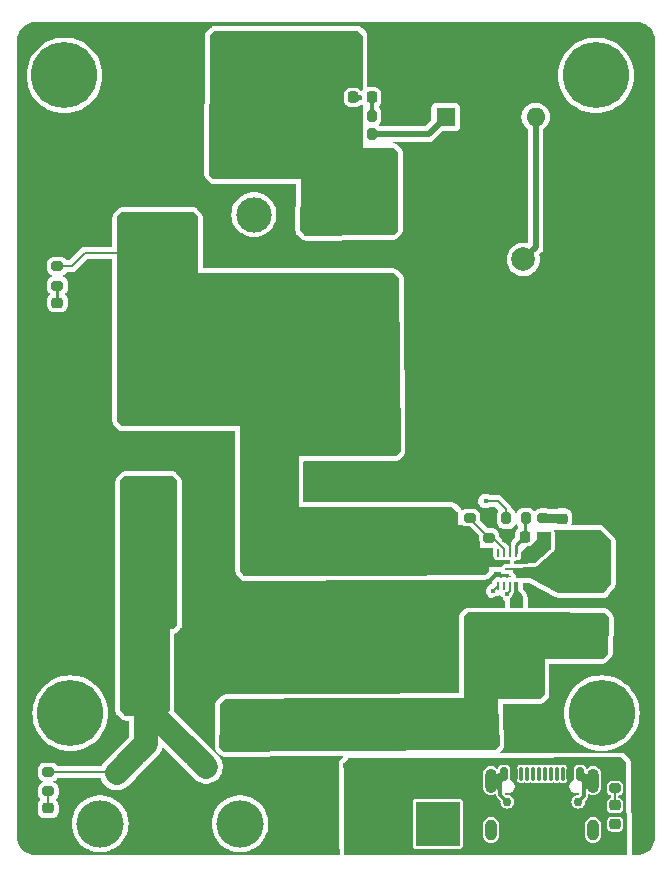
<source format=gbr>
%TF.GenerationSoftware,KiCad,Pcbnew,8.0.5*%
%TF.CreationDate,2024-10-07T09:41:30+08:00*%
%TF.ProjectId,sandersypconverter,73616e64-6572-4737-9970-636f6e766572,rev?*%
%TF.SameCoordinates,Original*%
%TF.FileFunction,Copper,L1,Top*%
%TF.FilePolarity,Positive*%
%FSLAX46Y46*%
G04 Gerber Fmt 4.6, Leading zero omitted, Abs format (unit mm)*
G04 Created by KiCad (PCBNEW 8.0.5) date 2024-10-07 09:41:30*
%MOMM*%
%LPD*%
G01*
G04 APERTURE LIST*
G04 Aperture macros list*
%AMRoundRect*
0 Rectangle with rounded corners*
0 $1 Rounding radius*
0 $2 $3 $4 $5 $6 $7 $8 $9 X,Y pos of 4 corners*
0 Add a 4 corners polygon primitive as box body*
4,1,4,$2,$3,$4,$5,$6,$7,$8,$9,$2,$3,0*
0 Add four circle primitives for the rounded corners*
1,1,$1+$1,$2,$3*
1,1,$1+$1,$4,$5*
1,1,$1+$1,$6,$7*
1,1,$1+$1,$8,$9*
0 Add four rect primitives between the rounded corners*
20,1,$1+$1,$2,$3,$4,$5,0*
20,1,$1+$1,$4,$5,$6,$7,0*
20,1,$1+$1,$6,$7,$8,$9,0*
20,1,$1+$1,$8,$9,$2,$3,0*%
G04 Aperture macros list end*
%TA.AperFunction,ComponentPad*%
%ADD10C,5.600000*%
%TD*%
%TA.AperFunction,SMDPad,CuDef*%
%ADD11RoundRect,0.218750X0.256250X-0.218750X0.256250X0.218750X-0.256250X0.218750X-0.256250X-0.218750X0*%
%TD*%
%TA.AperFunction,SMDPad,CuDef*%
%ADD12RoundRect,0.250000X-0.550000X1.500000X-0.550000X-1.500000X0.550000X-1.500000X0.550000X1.500000X0*%
%TD*%
%TA.AperFunction,ComponentPad*%
%ADD13R,3.800000X3.800000*%
%TD*%
%TA.AperFunction,ComponentPad*%
%ADD14C,4.000000*%
%TD*%
%TA.AperFunction,SMDPad,CuDef*%
%ADD15RoundRect,0.225000X-0.250000X0.225000X-0.250000X-0.225000X0.250000X-0.225000X0.250000X0.225000X0*%
%TD*%
%TA.AperFunction,SMDPad,CuDef*%
%ADD16RoundRect,0.200000X-0.200000X-0.275000X0.200000X-0.275000X0.200000X0.275000X-0.200000X0.275000X0*%
%TD*%
%TA.AperFunction,ComponentPad*%
%ADD17C,3.000000*%
%TD*%
%TA.AperFunction,SMDPad,CuDef*%
%ADD18RoundRect,0.250000X1.000000X0.650000X-1.000000X0.650000X-1.000000X-0.650000X1.000000X-0.650000X0*%
%TD*%
%TA.AperFunction,SMDPad,CuDef*%
%ADD19RoundRect,0.250000X0.550000X-1.500000X0.550000X1.500000X-0.550000X1.500000X-0.550000X-1.500000X0*%
%TD*%
%TA.AperFunction,SMDPad,CuDef*%
%ADD20RoundRect,0.225000X0.225000X0.250000X-0.225000X0.250000X-0.225000X-0.250000X0.225000X-0.250000X0*%
%TD*%
%TA.AperFunction,SMDPad,CuDef*%
%ADD21RoundRect,0.218750X-0.218750X-0.256250X0.218750X-0.256250X0.218750X0.256250X-0.218750X0.256250X0*%
%TD*%
%TA.AperFunction,SMDPad,CuDef*%
%ADD22RoundRect,0.150000X-0.150000X-0.425000X0.150000X-0.425000X0.150000X0.425000X-0.150000X0.425000X0*%
%TD*%
%TA.AperFunction,SMDPad,CuDef*%
%ADD23RoundRect,0.075000X-0.075000X-0.500000X0.075000X-0.500000X0.075000X0.500000X-0.075000X0.500000X0*%
%TD*%
%TA.AperFunction,ComponentPad*%
%ADD24O,1.000000X2.100000*%
%TD*%
%TA.AperFunction,ComponentPad*%
%ADD25O,1.000000X1.800000*%
%TD*%
%TA.AperFunction,ComponentPad*%
%ADD26RoundRect,0.500000X-0.500000X-0.500000X0.500000X-0.500000X0.500000X0.500000X-0.500000X0.500000X0*%
%TD*%
%TA.AperFunction,ComponentPad*%
%ADD27C,2.000000*%
%TD*%
%TA.AperFunction,SMDPad,CuDef*%
%ADD28RoundRect,0.250000X-0.325000X-0.650000X0.325000X-0.650000X0.325000X0.650000X-0.325000X0.650000X0*%
%TD*%
%TA.AperFunction,ComponentPad*%
%ADD29RoundRect,1.500000X-1.500000X-1.500000X1.500000X-1.500000X1.500000X1.500000X-1.500000X1.500000X0*%
%TD*%
%TA.AperFunction,ComponentPad*%
%ADD30C,6.000000*%
%TD*%
%TA.AperFunction,SMDPad,CuDef*%
%ADD31RoundRect,0.200000X0.275000X-0.200000X0.275000X0.200000X-0.275000X0.200000X-0.275000X-0.200000X0*%
%TD*%
%TA.AperFunction,SMDPad,CuDef*%
%ADD32R,3.500000X2.350000*%
%TD*%
%TA.AperFunction,SMDPad,CuDef*%
%ADD33RoundRect,0.200000X-0.275000X0.200000X-0.275000X-0.200000X0.275000X-0.200000X0.275000X0.200000X0*%
%TD*%
%TA.AperFunction,ComponentPad*%
%ADD34R,1.600000X1.600000*%
%TD*%
%TA.AperFunction,ComponentPad*%
%ADD35O,1.600000X1.600000*%
%TD*%
%TA.AperFunction,SMDPad,CuDef*%
%ADD36RoundRect,0.050000X-0.650000X-0.075000X0.650000X-0.075000X0.650000X0.075000X-0.650000X0.075000X0*%
%TD*%
%TA.AperFunction,SMDPad,CuDef*%
%ADD37RoundRect,0.050000X-0.075000X-0.250000X0.075000X-0.250000X0.075000X0.250000X-0.075000X0.250000X0*%
%TD*%
%TA.AperFunction,SMDPad,CuDef*%
%ADD38RoundRect,0.050000X-0.250000X-0.075000X0.250000X-0.075000X0.250000X0.075000X-0.250000X0.075000X0*%
%TD*%
%TA.AperFunction,ViaPad*%
%ADD39C,0.450000*%
%TD*%
%TA.AperFunction,ViaPad*%
%ADD40C,0.762000*%
%TD*%
%TA.AperFunction,Conductor*%
%ADD41C,0.203200*%
%TD*%
%TA.AperFunction,Conductor*%
%ADD42C,0.304800*%
%TD*%
%TA.AperFunction,Conductor*%
%ADD43C,0.762000*%
%TD*%
%TA.AperFunction,Conductor*%
%ADD44C,0.254000*%
%TD*%
%TA.AperFunction,Conductor*%
%ADD45C,2.032000*%
%TD*%
%TA.AperFunction,Conductor*%
%ADD46C,0.508000*%
%TD*%
%TA.AperFunction,Conductor*%
%ADD47C,0.152400*%
%TD*%
G04 APERTURE END LIST*
D10*
%TO.P,H1,1*%
%TO.N,N/C*%
X150000000Y-109000000D03*
%TD*%
D11*
%TO.P,D6,1,K*%
%TO.N,GND*%
X103124000Y-118643600D03*
%TO.P,D6,2,A*%
%TO.N,Net-(D6-A)*%
X103124000Y-117068600D03*
%TD*%
%TO.P,D5,1,K*%
%TO.N,GND*%
X151130000Y-118389600D03*
%TO.P,D5,2,A*%
%TO.N,Net-(D5-A)*%
X151130000Y-116814600D03*
%TD*%
D12*
%TO.P,C9,1*%
%TO.N,+5V*%
X143129000Y-104902000D03*
%TO.P,C9,2*%
%TO.N,GND*%
X143129000Y-110302000D03*
%TD*%
D13*
%TO.P,J2,1,Pin_1*%
%TO.N,GND*%
X124369200Y-118364000D03*
D14*
%TO.P,J2,2,Pin_2*%
%TO.N,24VOUT*%
X119369200Y-118364000D03*
%TD*%
D15*
%TO.P,C3,1*%
%TO.N,Net-(C3-Pad1)*%
X146608800Y-92519200D03*
%TO.P,C3,2*%
%TO.N,Net-(U1-SW)*%
X146608800Y-94069200D03*
%TD*%
D16*
%TO.P,R6,1*%
%TO.N,24VDC*%
X128878100Y-59969400D03*
%TO.P,R6,2*%
%TO.N,Net-(SW1-A)*%
X130528100Y-59969400D03*
%TD*%
D17*
%TO.P,F1,1*%
%TO.N,24VOUT*%
X111734600Y-92633800D03*
%TO.P,F1,2*%
%TO.N,+24V*%
X111734600Y-70033800D03*
%TD*%
D10*
%TO.P,H2,1*%
%TO.N,N/C*%
X149500000Y-55000000D03*
%TD*%
D18*
%TO.P,D2,1,A1*%
%TO.N,GND*%
X115408000Y-103428800D03*
%TO.P,D2,2,A2*%
%TO.N,24VOUT*%
X111408000Y-103428800D03*
%TD*%
D19*
%TO.P,C10,1*%
%TO.N,+5V*%
X128397000Y-110429000D03*
%TO.P,C10,2*%
%TO.N,GND*%
X128397000Y-105029000D03*
%TD*%
D20*
%TO.P,C5,1*%
%TO.N,Net-(U1-VCC)*%
X143524400Y-94056200D03*
%TO.P,C5,2*%
%TO.N,GND*%
X141974400Y-94056200D03*
%TD*%
D21*
%TO.P,D3,1,K*%
%TO.N,GND*%
X128930400Y-56870600D03*
%TO.P,D3,2,A*%
%TO.N,Net-(D3-A)*%
X130505400Y-56870600D03*
%TD*%
D22*
%TO.P,J6,A1,GND*%
%TO.N,GND*%
X141732400Y-114125200D03*
%TO.P,J6,A4,VBUS*%
%TO.N,+5V*%
X142532400Y-114125200D03*
D23*
%TO.P,J6,A5,CC1*%
%TO.N,unconnected-(J6-CC1-PadA5)*%
X143682400Y-114125200D03*
%TO.P,J6,A6,D+*%
%TO.N,unconnected-(J6-D+-PadA6)*%
X144682400Y-114125200D03*
%TO.P,J6,A7,D-*%
%TO.N,unconnected-(J6-D--PadA7)*%
X145182400Y-114125200D03*
%TO.P,J6,A8,SBU1*%
%TO.N,unconnected-(J6-SBU1-PadA8)*%
X146182400Y-114125200D03*
D22*
%TO.P,J6,A9,VBUS*%
%TO.N,+5V*%
X147332400Y-114125200D03*
%TO.P,J6,A12,GND*%
%TO.N,GND*%
X148132400Y-114125200D03*
%TO.P,J6,B1,GND*%
X148132400Y-114125200D03*
%TO.P,J6,B4,VBUS*%
%TO.N,+5V*%
X147332400Y-114125200D03*
D23*
%TO.P,J6,B5,CC2*%
%TO.N,unconnected-(J6-CC2-PadB5)*%
X146682400Y-114125200D03*
%TO.P,J6,B6,D+*%
%TO.N,unconnected-(J6-D+-PadB6)*%
X145682400Y-114125200D03*
%TO.P,J6,B7,D-*%
%TO.N,unconnected-(J6-D--PadB7)*%
X144182400Y-114125200D03*
%TO.P,J6,B8,SBU2*%
%TO.N,unconnected-(J6-SBU2-PadB8)*%
X143182400Y-114125200D03*
D22*
%TO.P,J6,B9,VBUS*%
%TO.N,+5V*%
X142532400Y-114125200D03*
%TO.P,J6,B12,GND*%
%TO.N,GND*%
X141732400Y-114125200D03*
D24*
%TO.P,J6,S1,SHIELD*%
X140612400Y-114700200D03*
D25*
X140612400Y-118880200D03*
D24*
X149252400Y-114700200D03*
D25*
X149252400Y-118880200D03*
%TD*%
D19*
%TO.P,C11,1*%
%TO.N,+5V*%
X135763000Y-110335000D03*
%TO.P,C11,2*%
%TO.N,GND*%
X135763000Y-104935000D03*
%TD*%
D17*
%TO.P,K1,11*%
%TO.N,+24V*%
X130683000Y-84582000D03*
%TO.P,K1,12*%
%TO.N,unconnected-(K1-Pad12)*%
X120543000Y-66782000D03*
%TO.P,K1,14*%
%TO.N,24VDC*%
X128143000Y-66782000D03*
D26*
%TO.P,K1,A1*%
%TO.N,GND*%
X143343000Y-80782000D03*
D27*
%TO.P,K1,A2*%
%TO.N,Net-(SW1-B)*%
X143343000Y-70582000D03*
%TD*%
D12*
%TO.P,C1,1*%
%TO.N,+24V*%
X135763000Y-95344000D03*
%TO.P,C1,2*%
%TO.N,GND*%
X135763000Y-100744000D03*
%TD*%
D16*
%TO.P,R4,1*%
%TO.N,Net-(U1-PG)*%
X141910800Y-92506800D03*
%TO.P,R4,2*%
%TO.N,Net-(U1-VCC)*%
X143560800Y-92506800D03*
%TD*%
D10*
%TO.P,H4,1*%
%TO.N,N/C*%
X104500000Y-55000000D03*
%TD*%
D20*
%TO.P,C2,1*%
%TO.N,Net-(U1-LDO)*%
X142761000Y-99618800D03*
%TO.P,C2,2*%
%TO.N,GND*%
X141211000Y-99618800D03*
%TD*%
D28*
%TO.P,C4,1*%
%TO.N,24VOUT*%
X113157000Y-98018600D03*
%TO.P,C4,2*%
%TO.N,GND*%
X116107000Y-98018600D03*
%TD*%
D13*
%TO.P,J3,1,Pin_1*%
%TO.N,GND*%
X112522000Y-118364000D03*
D14*
%TO.P,J3,2,Pin_2*%
%TO.N,24VOUT*%
X107522000Y-118364000D03*
%TD*%
D29*
%TO.P,J1,1,Pin_1*%
%TO.N,GND*%
X113106200Y-54864000D03*
D30*
%TO.P,J1,2,Pin_2*%
%TO.N,24VDC*%
X120306200Y-54864000D03*
%TD*%
D18*
%TO.P,D1,1,A1*%
%TO.N,GND*%
X115408000Y-107010200D03*
%TO.P,D1,2,A2*%
%TO.N,24VOUT*%
X111408000Y-107010200D03*
%TD*%
D31*
%TO.P,R1,1*%
%TO.N,+24V*%
X138836400Y-94131400D03*
%TO.P,R1,2*%
%TO.N,Net-(U1-EN)*%
X138836400Y-92481400D03*
%TD*%
D32*
%TO.P,L1,1,1*%
%TO.N,Net-(U1-SW)*%
X148209000Y-96426000D03*
%TO.P,L1,2,2*%
%TO.N,+5V*%
X148209000Y-102476000D03*
%TD*%
D10*
%TO.P,H3,1*%
%TO.N,N/C*%
X105000000Y-109000000D03*
%TD*%
D33*
%TO.P,R9,1*%
%TO.N,24VOUT*%
X103124600Y-113980000D03*
%TO.P,R9,2*%
%TO.N,Net-(D6-A)*%
X103124600Y-115630000D03*
%TD*%
D13*
%TO.P,J5,1,Pin_1*%
%TO.N,GND*%
X136104000Y-118364000D03*
D14*
%TO.P,J5,2,Pin_2*%
%TO.N,+5V*%
X131104000Y-118364000D03*
%TD*%
D34*
%TO.P,SW1,1,A*%
%TO.N,Net-(SW1-A)*%
X136775000Y-58521600D03*
D35*
%TO.P,SW1,2,B*%
%TO.N,Net-(SW1-B)*%
X144395000Y-58521600D03*
%TD*%
D33*
%TO.P,R7,1*%
%TO.N,+24V*%
X103911400Y-71145400D03*
%TO.P,R7,2*%
%TO.N,Net-(D4-A)*%
X103911400Y-72795400D03*
%TD*%
D12*
%TO.P,C6,1*%
%TO.N,+24V*%
X128397000Y-95344000D03*
%TO.P,C6,2*%
%TO.N,GND*%
X128397000Y-100744000D03*
%TD*%
D28*
%TO.P,C12,1*%
%TO.N,24VOUT*%
X113131600Y-100431600D03*
%TO.P,C12,2*%
%TO.N,GND*%
X116081600Y-100431600D03*
%TD*%
D19*
%TO.P,C8,1*%
%TO.N,+5V*%
X121158000Y-110429000D03*
%TO.P,C8,2*%
%TO.N,GND*%
X121158000Y-105029000D03*
%TD*%
D31*
%TO.P,R3,1*%
%TO.N,Net-(U1-BST)*%
X145059400Y-94119200D03*
%TO.P,R3,2*%
%TO.N,Net-(C3-Pad1)*%
X145059400Y-92469200D03*
%TD*%
D33*
%TO.P,R8,1*%
%TO.N,+5V*%
X151130000Y-113716800D03*
%TO.P,R8,2*%
%TO.N,Net-(D5-A)*%
X151130000Y-115366800D03*
%TD*%
D11*
%TO.P,D4,1,K*%
%TO.N,GND*%
X103911400Y-75806000D03*
%TO.P,D4,2,A*%
%TO.N,Net-(D4-A)*%
X103911400Y-74231000D03*
%TD*%
D16*
%TO.P,R5,1*%
%TO.N,24VDC*%
X128880600Y-58420000D03*
%TO.P,R5,2*%
%TO.N,Net-(D3-A)*%
X130530600Y-58420000D03*
%TD*%
D36*
%TO.P,U1,1,Vin*%
%TO.N,+24V*%
X141494000Y-96307000D03*
%TO.P,U1,2,PGND*%
%TO.N,GND*%
X141494000Y-97307000D03*
D37*
%TO.P,U1,3,PG*%
%TO.N,Net-(U1-PG)*%
X141244000Y-98207000D03*
%TO.P,U1,4,NC*%
%TO.N,unconnected-(U1-NC-Pad4)*%
X141744000Y-98207000D03*
%TO.P,U1,5,VOUT*%
%TO.N,+5V*%
X142244000Y-98207000D03*
%TO.P,U1,6,LDO*%
%TO.N,Net-(U1-LDO)*%
X142744000Y-98207000D03*
D36*
%TO.P,U1,7,SW*%
%TO.N,Net-(U1-SW)*%
X142494000Y-96807000D03*
D38*
%TO.P,U1,8,BST*%
%TO.N,Net-(U1-BST)*%
X142894000Y-96307000D03*
D37*
%TO.P,U1,9,VCC*%
%TO.N,Net-(U1-VCC)*%
X142744000Y-95407000D03*
%TO.P,U1,10,AGND*%
%TO.N,GND*%
X142244000Y-95407000D03*
%TO.P,U1,11,EN*%
%TO.N,Net-(U1-EN)*%
X141744000Y-95407000D03*
%TO.P,U1,12,ENLDO*%
%TO.N,unconnected-(U1-ENLDO-Pad12)*%
X141244000Y-95407000D03*
%TD*%
D12*
%TO.P,C7,1*%
%TO.N,+24V*%
X121158000Y-95344000D03*
%TO.P,C7,2*%
%TO.N,GND*%
X121158000Y-100744000D03*
%TD*%
D31*
%TO.P,R2,1*%
%TO.N,Net-(U1-EN)*%
X140411200Y-94131400D03*
%TO.P,R2,2*%
%TO.N,GND*%
X140411200Y-92481400D03*
%TD*%
D39*
%TO.N,+24V*%
X131318000Y-74676000D03*
X111963200Y-80822800D03*
X129895600Y-78638400D03*
X111455200Y-78435200D03*
X121056400Y-78079600D03*
X121564400Y-78841600D03*
X129438400Y-73152000D03*
X120599200Y-81991200D03*
X112420400Y-78435200D03*
X111506000Y-81584800D03*
X112877600Y-76149200D03*
X111861600Y-74574400D03*
X120142000Y-73355200D03*
X121564400Y-77317600D03*
X121564400Y-80467200D03*
X121564400Y-75641200D03*
X125323600Y-94030800D03*
X121056400Y-74879200D03*
X120954800Y-91694000D03*
X121869200Y-91694000D03*
X131673600Y-93980000D03*
X121869200Y-90170000D03*
X131318000Y-76352400D03*
X122834400Y-88646000D03*
X129895600Y-73914000D03*
X110947200Y-73050400D03*
X111963200Y-79298800D03*
X120142000Y-78079600D03*
X120954800Y-88646000D03*
X125780800Y-94792800D03*
X111404400Y-75336400D03*
X128397000Y-95344000D03*
X120142000Y-79705200D03*
X122021600Y-73355200D03*
X110998000Y-76149200D03*
X110998000Y-77673200D03*
X122377200Y-92456000D03*
X135763000Y-95344000D03*
X122834400Y-91694000D03*
X111048800Y-80822800D03*
X120954800Y-90170000D03*
X121056400Y-81229200D03*
X122834400Y-90170000D03*
X124815600Y-94792800D03*
X129438400Y-74676000D03*
X130352800Y-73152000D03*
X130860800Y-75438000D03*
X120599200Y-74117200D03*
X121056400Y-79705200D03*
X122834400Y-87122000D03*
X112369600Y-75336400D03*
X112826800Y-74574400D03*
X129895600Y-77114400D03*
X121412000Y-87884000D03*
X120142000Y-74879200D03*
X124358400Y-95554800D03*
X130860800Y-78638400D03*
X122377200Y-90932000D03*
X129438400Y-76352400D03*
X120954800Y-87122000D03*
X121564400Y-81991200D03*
X131318000Y-73152000D03*
X121869200Y-88646000D03*
X112826800Y-73050400D03*
X110947200Y-74574400D03*
X111455200Y-76911200D03*
X122021600Y-81229200D03*
X130352800Y-77876400D03*
X138836400Y-94131400D03*
X111861600Y-73050400D03*
X122021600Y-74879200D03*
X111048800Y-79298800D03*
X124358400Y-94030800D03*
X111912400Y-77673200D03*
X112928400Y-79298800D03*
X121412000Y-92456000D03*
X125323600Y-95554800D03*
X121412000Y-90932000D03*
X123901200Y-94792800D03*
X131216400Y-94742000D03*
X121564400Y-74117200D03*
X112420400Y-76911200D03*
X120599200Y-78841600D03*
X129895600Y-75438000D03*
X122377200Y-89408000D03*
X133096000Y-94742000D03*
X122021600Y-76555600D03*
X120599200Y-77317600D03*
X121158000Y-95344000D03*
X112928400Y-80822800D03*
X130860800Y-73914000D03*
X112471200Y-81584800D03*
X120599200Y-80467200D03*
X120142000Y-76555600D03*
X121869200Y-87122000D03*
X122021600Y-79705200D03*
X112877600Y-77673200D03*
X130352800Y-76352400D03*
X111912400Y-76149200D03*
X132638800Y-93980000D03*
X131673600Y-95504000D03*
X122021600Y-78079600D03*
X130860800Y-77114400D03*
X112369600Y-73812400D03*
X132638800Y-95504000D03*
X111506000Y-80060800D03*
X132130800Y-94742000D03*
X120599200Y-75641200D03*
X122377200Y-87884000D03*
X121056400Y-76555600D03*
X129438400Y-77876400D03*
X112471200Y-80060800D03*
X131318000Y-77876400D03*
X111404400Y-73812400D03*
X121412000Y-89408000D03*
X120142000Y-81229200D03*
X130352800Y-74676000D03*
X121056400Y-73355200D03*
%TO.N,GND*%
X148742400Y-72948800D03*
X105105200Y-96723200D03*
X145389600Y-109321600D03*
X104241600Y-88798400D03*
X135585200Y-75793600D03*
X139039600Y-65125600D03*
X112166400Y-61468000D03*
X110794800Y-62179200D03*
X125069600Y-101904800D03*
X151130000Y-118389600D03*
X136499600Y-79705200D03*
X146100800Y-111658400D03*
D40*
X142000000Y-116500000D03*
D39*
X116992400Y-87477600D03*
X149707600Y-86106000D03*
X104597200Y-64516000D03*
X104648000Y-81330800D03*
X103733600Y-82753200D03*
X103225600Y-96723200D03*
X151028400Y-80416400D03*
X150571200Y-66954400D03*
X103225600Y-95300800D03*
X133553200Y-89408000D03*
X116636800Y-94894400D03*
X129489200Y-88950800D03*
X137922000Y-75082400D03*
X131978400Y-103987600D03*
X131521200Y-101854000D03*
X131521200Y-103276400D03*
X102819200Y-82753200D03*
X103276400Y-80619600D03*
X125526800Y-101193600D03*
X139039600Y-63703200D03*
X150164800Y-75082400D03*
X133553200Y-53644800D03*
X153263600Y-99415600D03*
X136499600Y-72948800D03*
X149656800Y-81127600D03*
X104089200Y-65227200D03*
X149199600Y-66243200D03*
X148793200Y-87528400D03*
X148793200Y-88950800D03*
X151028400Y-66243200D03*
X137464800Y-82550000D03*
X117144800Y-94183200D03*
X146100800Y-109778800D03*
X149656800Y-75793600D03*
X149656800Y-68376800D03*
X149199600Y-67665600D03*
X137007600Y-81838800D03*
X134010400Y-52933600D03*
X153263600Y-100380800D03*
X123698000Y-101193600D03*
X117602000Y-94894400D03*
X125526800Y-102616000D03*
X126034800Y-103327200D03*
X102819200Y-81330800D03*
X123698000Y-102616000D03*
X104597200Y-96012000D03*
X103733600Y-88087200D03*
X103911400Y-75806000D03*
X134010400Y-88696800D03*
X141211000Y-99618800D03*
X149250400Y-88239600D03*
X139547600Y-65836800D03*
X111252000Y-62890400D03*
X139496800Y-64414400D03*
X134924800Y-52933600D03*
X137464800Y-75793600D03*
X103733600Y-81330800D03*
X103124000Y-118643600D03*
X104648000Y-97434400D03*
X105054400Y-65227200D03*
X133350000Y-101854000D03*
X121818400Y-113995200D03*
X132943600Y-103987600D03*
X105003600Y-62382400D03*
X137414000Y-72948800D03*
X102819200Y-88087200D03*
X136042400Y-81838800D03*
X103276400Y-82042000D03*
X136956800Y-73660000D03*
X102819200Y-79908400D03*
X103174800Y-63804800D03*
X103632000Y-63093600D03*
X105156000Y-82042000D03*
X148793200Y-86106000D03*
X134518400Y-55067200D03*
X116179600Y-94183200D03*
X148742400Y-79705200D03*
X150571200Y-79705200D03*
X148742400Y-68376800D03*
X104140000Y-95300800D03*
X112623600Y-62179200D03*
X104648000Y-88087200D03*
X149656800Y-72948800D03*
X137414000Y-74371200D03*
X102768400Y-94589600D03*
X103174800Y-62382400D03*
X149656800Y-65532000D03*
X104648000Y-79908400D03*
X136499600Y-74371200D03*
X116535200Y-86766400D03*
X103276400Y-88798400D03*
X115112800Y-87477600D03*
X127609600Y-88950800D03*
X104190800Y-96723200D03*
X111709200Y-63601600D03*
X149656800Y-79705200D03*
X137210800Y-65125600D03*
X150164800Y-81838800D03*
X131064000Y-102565200D03*
X137007600Y-75082400D03*
X150215600Y-88239600D03*
X116027200Y-87477600D03*
X132892800Y-102565200D03*
X151079200Y-81838800D03*
X102819200Y-86664800D03*
X133096000Y-54356000D03*
X125984000Y-101904800D03*
X105511600Y-64516000D03*
X104089200Y-62382400D03*
X103682800Y-94589600D03*
X135585200Y-82550000D03*
X123240800Y-114706400D03*
X124612400Y-102616000D03*
X135432800Y-89408000D03*
X150622000Y-82550000D03*
X150622000Y-68376800D03*
X148742400Y-82550000D03*
X103632000Y-64516000D03*
X135585200Y-79705200D03*
X136042400Y-73660000D03*
X132638800Y-55067200D03*
X133553200Y-52222400D03*
X127152400Y-89662000D03*
X148742400Y-75793600D03*
X149250400Y-86817200D03*
X103733600Y-89509600D03*
X115570000Y-86766400D03*
X125577600Y-104038400D03*
X151130000Y-88239600D03*
X151079200Y-67665600D03*
X132638800Y-52222400D03*
X149199600Y-73660000D03*
X150114000Y-66243200D03*
X111252000Y-61468000D03*
X150114000Y-73660000D03*
X128066800Y-89662000D03*
X137414000Y-79705200D03*
X150164800Y-86817200D03*
X111709200Y-60756800D03*
X141915600Y-94037200D03*
X134467600Y-52222400D03*
X103276400Y-87376000D03*
X150571200Y-81127600D03*
X104089200Y-63804800D03*
X149707600Y-87528400D03*
X138633200Y-65836800D03*
X137871200Y-73660000D03*
X136042400Y-75082400D03*
X134975600Y-88696800D03*
X131978400Y-101142800D03*
X129032000Y-89662000D03*
X103733600Y-79908400D03*
X104698800Y-89509600D03*
X102768400Y-97434400D03*
X136499600Y-82550000D03*
X136499600Y-75793600D03*
X135585200Y-81127600D03*
X131978400Y-102565200D03*
X102819200Y-89509600D03*
X143129000Y-110302000D03*
X115722400Y-94894400D03*
X111709200Y-62179200D03*
X151079200Y-75082400D03*
X104190800Y-80619600D03*
X149656800Y-66954400D03*
X151028400Y-73660000D03*
X135890000Y-88696800D03*
X137871200Y-80416400D03*
X121361200Y-114706400D03*
D40*
X148000000Y-116500000D03*
D39*
X149199600Y-80416400D03*
X133553200Y-55067200D03*
X137210800Y-66548000D03*
X134467600Y-53644800D03*
X105156000Y-88798400D03*
X133096000Y-52933600D03*
X150672800Y-88950800D03*
X123698000Y-104038400D03*
X112623600Y-60756800D03*
X150622000Y-86106000D03*
X131064000Y-103987600D03*
X151079200Y-86817200D03*
X124612400Y-101193600D03*
X148742400Y-65532000D03*
X149707600Y-88950800D03*
X149199600Y-81838800D03*
X125120400Y-103327200D03*
X139090400Y-66548000D03*
X128930400Y-56870600D03*
X110794800Y-63601600D03*
X104190800Y-87376000D03*
X122275600Y-114706400D03*
X103174800Y-65227200D03*
X124612400Y-104038400D03*
X104698800Y-82753200D03*
X137210800Y-63703200D03*
X136042400Y-80416400D03*
X105460800Y-63093600D03*
X102768400Y-96012000D03*
X104241600Y-82042000D03*
X150114000Y-80416400D03*
X148742400Y-74371200D03*
X132892800Y-101142800D03*
X149656800Y-74371200D03*
X105105200Y-80619600D03*
X103682800Y-97434400D03*
X134467600Y-89408000D03*
X149199600Y-75082400D03*
X138125200Y-66548000D03*
X132486400Y-103276400D03*
X135585200Y-74371200D03*
X103733600Y-86664800D03*
X134975600Y-54356000D03*
X124155200Y-103327200D03*
X148742400Y-66954400D03*
X134061200Y-54356000D03*
X140411200Y-92481400D03*
X123698000Y-113995200D03*
X138125200Y-65125600D03*
X105003600Y-63804800D03*
X149656800Y-82550000D03*
X150164800Y-67665600D03*
X112674400Y-63601600D03*
X137668000Y-65836800D03*
X104546400Y-63093600D03*
X137414000Y-81127600D03*
X132638800Y-53644800D03*
X137922000Y-81838800D03*
X122783600Y-113995200D03*
X133400800Y-103276400D03*
X138125200Y-63703200D03*
X110794800Y-60756800D03*
X118059200Y-94183200D03*
X138582400Y-64414400D03*
X152552400Y-100838000D03*
X128574800Y-88950800D03*
X104597200Y-94589600D03*
X103682800Y-96012000D03*
X136956800Y-80416400D03*
X153263600Y-101295200D03*
X124155200Y-101904800D03*
X150571200Y-65532000D03*
X136499600Y-81127600D03*
X135585200Y-72948800D03*
X113080800Y-61468000D03*
X131064000Y-101142800D03*
X150622000Y-87528400D03*
X145389600Y-110236000D03*
X146100800Y-110744000D03*
X137668000Y-64414400D03*
X132435600Y-101854000D03*
X150622000Y-75793600D03*
X150571200Y-74371200D03*
X152552400Y-98958400D03*
X113131600Y-62890400D03*
X105105200Y-87376000D03*
X150571200Y-72948800D03*
X148742400Y-81127600D03*
X145389600Y-111201200D03*
X117449600Y-86766400D03*
X105054400Y-95300800D03*
X112217200Y-62890400D03*
X104648000Y-86664800D03*
X152552400Y-99872800D03*
%TO.N,+5V*%
X123698000Y-109220000D03*
X140208000Y-102006400D03*
X119380000Y-111506000D03*
X144576800Y-116128800D03*
X119380000Y-108458000D03*
X139319000Y-110744000D03*
X139827000Y-109982000D03*
X118364000Y-109982000D03*
X140716000Y-102768400D03*
X140716000Y-104292400D03*
X141224000Y-102006400D03*
X145592800Y-119176800D03*
X131064000Y-109220000D03*
X140335000Y-109220000D03*
X118364000Y-111506000D03*
X140208000Y-103530400D03*
X138811000Y-108458000D03*
X132588000Y-108458000D03*
X144068800Y-118414800D03*
X118364000Y-108458000D03*
X145084800Y-118414800D03*
X125222000Y-111506000D03*
X140335000Y-110744000D03*
X131572000Y-109982000D03*
X143129000Y-104902000D03*
X125222000Y-109982000D03*
X124206000Y-109982000D03*
X144576800Y-117652800D03*
X131572000Y-111506000D03*
X144068800Y-116890800D03*
X151130000Y-113716800D03*
X124206000Y-111506000D03*
X131572000Y-108458000D03*
X118872000Y-109220000D03*
X144576800Y-119176800D03*
X139192000Y-103530400D03*
X138303000Y-109220000D03*
X146100800Y-118414800D03*
X139700000Y-102768400D03*
X132080000Y-109220000D03*
X133096000Y-110744000D03*
X138811000Y-111506000D03*
X139827000Y-111506000D03*
X138303000Y-110744000D03*
X125222000Y-108458000D03*
X145592800Y-117652800D03*
X123698000Y-110744000D03*
X142007233Y-98894173D03*
X132588000Y-111506000D03*
X139700000Y-101244400D03*
X131064000Y-110744000D03*
X141224000Y-103530400D03*
X118872000Y-110744000D03*
X125730000Y-110744000D03*
X140716000Y-101244400D03*
X133096000Y-109220000D03*
X124206000Y-108458000D03*
X135763000Y-110335000D03*
X139700000Y-104292400D03*
X139192000Y-102006400D03*
X128397000Y-110429000D03*
X139319000Y-109220000D03*
X132080000Y-110744000D03*
X125730000Y-109220000D03*
X139827000Y-108458000D03*
X138811000Y-109982000D03*
X124714000Y-109220000D03*
X132588000Y-109982000D03*
X145592800Y-116128800D03*
X145084800Y-116890800D03*
X148209000Y-102489000D03*
X124714000Y-110744000D03*
X146100800Y-116890800D03*
X119380000Y-109982000D03*
X121031000Y-110363000D03*
%TO.N,24VOUT*%
X113157000Y-98018600D03*
X111408000Y-103428800D03*
X112547400Y-109601000D03*
X110490000Y-99771200D03*
X110998000Y-100634800D03*
X113538000Y-110591600D03*
X111408000Y-107010200D03*
X111408000Y-108051600D03*
X111408000Y-111404400D03*
X111408000Y-110236000D03*
X110998000Y-97078800D03*
X114528600Y-111582200D03*
X110998000Y-98907600D03*
X109620400Y-113379600D03*
X115519200Y-112572800D03*
X110509400Y-112490600D03*
X103124600Y-113980000D03*
X111506000Y-96215200D03*
X110490000Y-96215200D03*
X116484400Y-113538000D03*
X111506000Y-99771200D03*
X111408000Y-109067600D03*
X110490000Y-98044000D03*
X113131600Y-100431600D03*
X111506000Y-98044000D03*
%TO.N,Net-(U1-PG)*%
X140797400Y-98653600D03*
X140157200Y-91033600D03*
%TD*%
D41*
%TO.N,+24V*%
X105105200Y-71145400D02*
X106216800Y-70033800D01*
X106216800Y-70033800D02*
X111734600Y-70033800D01*
X103911400Y-71145400D02*
X105105200Y-71145400D01*
D42*
%TO.N,GND*%
X141732400Y-114125200D02*
X141415000Y-114442600D01*
X140612400Y-114700200D02*
X141115200Y-114700200D01*
X141415000Y-115915000D02*
X142000000Y-116500000D01*
X149252400Y-114700200D02*
X148749600Y-114700200D01*
D41*
X142244000Y-95407000D02*
X142244000Y-94365600D01*
D42*
X148749600Y-114700200D02*
X148449800Y-115000000D01*
X141115200Y-114700200D02*
X141415000Y-115000000D01*
X141415000Y-114442600D02*
X141415000Y-115000000D01*
X148449800Y-116050200D02*
X148000000Y-116500000D01*
X148132400Y-114125200D02*
X148449800Y-114442600D01*
X148449800Y-114442600D02*
X148449800Y-115000000D01*
D41*
X142244000Y-94365600D02*
X141915600Y-94037200D01*
D42*
X148449800Y-115000000D02*
X148449800Y-116050200D01*
X141415000Y-115000000D02*
X141415000Y-115915000D01*
D43*
%TO.N,Net-(C3-Pad1)*%
X146558800Y-92469200D02*
X146608800Y-92519200D01*
X145059400Y-92469200D02*
X146558800Y-92469200D01*
D44*
%TO.N,Net-(U1-VCC)*%
X142744000Y-95407000D02*
X142744000Y-94758800D01*
X142744000Y-94758800D02*
X143465600Y-94037200D01*
X143465600Y-92524200D02*
X143502000Y-92487800D01*
X143465600Y-94037200D02*
X143465600Y-92524200D01*
D41*
%TO.N,+5V*%
X142244000Y-98657406D02*
X142244000Y-98207000D01*
X142007233Y-98894173D02*
X142244000Y-98657406D01*
D45*
%TO.N,24VOUT*%
X112547400Y-109601000D02*
X113538000Y-110591600D01*
X115519200Y-112572800D02*
X116484400Y-113538000D01*
X111408000Y-110236000D02*
X111408000Y-111404400D01*
D41*
X108818000Y-113980000D02*
X108919000Y-114081000D01*
D45*
X111408000Y-108051600D02*
X111408000Y-108461600D01*
X114528600Y-111582200D02*
X115519200Y-112572800D01*
X113538000Y-110591600D02*
X114528600Y-111582200D01*
X111408000Y-107010200D02*
X111408000Y-109067600D01*
X109620400Y-113379600D02*
X108919000Y-114081000D01*
X111408000Y-108461600D02*
X112547400Y-109601000D01*
X111408000Y-111404400D02*
X111408000Y-111592000D01*
X111408000Y-109067600D02*
X111408000Y-110236000D01*
X110509400Y-112490600D02*
X109620400Y-113379600D01*
D41*
X103124600Y-113980000D02*
X108818000Y-113980000D01*
D45*
X111408000Y-111592000D02*
X110509400Y-112490600D01*
X111408000Y-107010200D02*
X111408000Y-108051600D01*
D46*
%TO.N,Net-(SW1-B)*%
X144395000Y-58521600D02*
X144395000Y-69530000D01*
X144395000Y-69530000D02*
X143343000Y-70582000D01*
D47*
%TO.N,Net-(U1-EN)*%
X140768400Y-94131400D02*
X140411200Y-94131400D01*
X141744000Y-95107000D02*
X140768400Y-94131400D01*
D41*
X140411200Y-94131400D02*
X140792024Y-94131400D01*
X140411200Y-94131400D02*
X138836400Y-92556600D01*
D47*
X141744000Y-95407000D02*
X141744000Y-95107000D01*
D41*
X138836400Y-92556600D02*
X138836400Y-92481400D01*
%TO.N,Net-(U1-PG)*%
X141173200Y-91033600D02*
X140157200Y-91033600D01*
X140797400Y-98653600D02*
X141244000Y-98207000D01*
X141852000Y-91712400D02*
X141173200Y-91033600D01*
X141852000Y-92487800D02*
X141852000Y-91712400D01*
D46*
%TO.N,Net-(SW1-A)*%
X135327200Y-59969400D02*
X136775000Y-58521600D01*
X130528100Y-59969400D02*
X135327200Y-59969400D01*
D42*
%TO.N,Net-(D3-A)*%
X130530600Y-56895800D02*
X130505400Y-56870600D01*
X130530600Y-58420000D02*
X130530600Y-56895800D01*
D44*
%TO.N,Net-(D4-A)*%
X103911400Y-72795400D02*
X103911400Y-74231000D01*
D41*
%TO.N,Net-(D5-A)*%
X151079200Y-115595400D02*
X151079200Y-117043200D01*
%TO.N,Net-(D6-A)*%
X103124600Y-115630000D02*
X103124600Y-117068000D01*
X103124600Y-117068000D02*
X103124000Y-117068600D01*
%TD*%
%TA.AperFunction,Conductor*%
%TO.N,+5V*%
G36*
X151658797Y-112749089D02*
G01*
X151743920Y-112833015D01*
X152033967Y-113118986D01*
X152048563Y-113153393D01*
X152056416Y-113945870D01*
X152125817Y-120950017D01*
X152111811Y-120984803D01*
X152077307Y-120999498D01*
X152076821Y-120999500D01*
X128247019Y-120999500D01*
X128212371Y-120985148D01*
X128198021Y-120950986D01*
X128153364Y-116444252D01*
X134003500Y-116444252D01*
X134003500Y-120283748D01*
X134015133Y-120342231D01*
X134032882Y-120368795D01*
X134059447Y-120408552D01*
X134086012Y-120426301D01*
X134125769Y-120452867D01*
X134184252Y-120464500D01*
X134184255Y-120464500D01*
X138023745Y-120464500D01*
X138023748Y-120464500D01*
X138082231Y-120452867D01*
X138148552Y-120408552D01*
X138192867Y-120342231D01*
X138204500Y-120283748D01*
X138204500Y-118411201D01*
X139911900Y-118411201D01*
X139911900Y-119349198D01*
X139938817Y-119484518D01*
X139938820Y-119484528D01*
X139991625Y-119612011D01*
X140022537Y-119658274D01*
X140068283Y-119726739D01*
X140165860Y-119824316D01*
X140211502Y-119854813D01*
X140280589Y-119900975D01*
X140408072Y-119953780D01*
X140408078Y-119953781D01*
X140408081Y-119953782D01*
X140543401Y-119980699D01*
X140543407Y-119980700D01*
X140681393Y-119980700D01*
X140816728Y-119953780D01*
X140944211Y-119900975D01*
X141058942Y-119824314D01*
X141156514Y-119726742D01*
X141233175Y-119612011D01*
X141285980Y-119484528D01*
X141312900Y-119349193D01*
X141312900Y-118411207D01*
X141312899Y-118411201D01*
X148551900Y-118411201D01*
X148551900Y-119349198D01*
X148578817Y-119484518D01*
X148578820Y-119484528D01*
X148631625Y-119612011D01*
X148662537Y-119658274D01*
X148708283Y-119726739D01*
X148805860Y-119824316D01*
X148851502Y-119854813D01*
X148920589Y-119900975D01*
X149048072Y-119953780D01*
X149048078Y-119953781D01*
X149048081Y-119953782D01*
X149183401Y-119980699D01*
X149183407Y-119980700D01*
X149321393Y-119980700D01*
X149456728Y-119953780D01*
X149584211Y-119900975D01*
X149698942Y-119824314D01*
X149796514Y-119726742D01*
X149873175Y-119612011D01*
X149925980Y-119484528D01*
X149952900Y-119349193D01*
X149952900Y-118411207D01*
X149925980Y-118275872D01*
X149873175Y-118148389D01*
X149866136Y-118137854D01*
X150454500Y-118137854D01*
X150454500Y-118641346D01*
X150470049Y-118739520D01*
X150470049Y-118739521D01*
X150470050Y-118739522D01*
X150530338Y-118857846D01*
X150530342Y-118857851D01*
X150624248Y-118951757D01*
X150624253Y-118951761D01*
X150703660Y-118992220D01*
X150742580Y-119012051D01*
X150840754Y-119027600D01*
X150840755Y-119027600D01*
X151419245Y-119027600D01*
X151419246Y-119027600D01*
X151517420Y-119012051D01*
X151598402Y-118970788D01*
X151635746Y-118951761D01*
X151635747Y-118951759D01*
X151635751Y-118951758D01*
X151729658Y-118857851D01*
X151789951Y-118739520D01*
X151805500Y-118641346D01*
X151805500Y-118137854D01*
X151789951Y-118039680D01*
X151770120Y-118000760D01*
X151729661Y-117921353D01*
X151729657Y-117921348D01*
X151635751Y-117827442D01*
X151635746Y-117827438D01*
X151517422Y-117767150D01*
X151517421Y-117767149D01*
X151517420Y-117767149D01*
X151419246Y-117751600D01*
X150840754Y-117751600D01*
X150742580Y-117767149D01*
X150742578Y-117767149D01*
X150742577Y-117767150D01*
X150624253Y-117827438D01*
X150624248Y-117827442D01*
X150530342Y-117921348D01*
X150530338Y-117921353D01*
X150470050Y-118039677D01*
X150470049Y-118039678D01*
X150470049Y-118039680D01*
X150454500Y-118137854D01*
X149866136Y-118137854D01*
X149800536Y-118039677D01*
X149796516Y-118033660D01*
X149698939Y-117936083D01*
X149630474Y-117890337D01*
X149584211Y-117859425D01*
X149584208Y-117859423D01*
X149584207Y-117859423D01*
X149456729Y-117806620D01*
X149456718Y-117806617D01*
X149321398Y-117779700D01*
X149321393Y-117779700D01*
X149183407Y-117779700D01*
X149183401Y-117779700D01*
X149048081Y-117806617D01*
X149048070Y-117806620D01*
X148920592Y-117859423D01*
X148805860Y-117936083D01*
X148708283Y-118033660D01*
X148631623Y-118148392D01*
X148578820Y-118275870D01*
X148578817Y-118275881D01*
X148551900Y-118411201D01*
X141312899Y-118411201D01*
X141285980Y-118275872D01*
X141233175Y-118148389D01*
X141160536Y-118039677D01*
X141156516Y-118033660D01*
X141058939Y-117936083D01*
X140990474Y-117890337D01*
X140944211Y-117859425D01*
X140944208Y-117859423D01*
X140944207Y-117859423D01*
X140816729Y-117806620D01*
X140816718Y-117806617D01*
X140681398Y-117779700D01*
X140681393Y-117779700D01*
X140543407Y-117779700D01*
X140543401Y-117779700D01*
X140408081Y-117806617D01*
X140408070Y-117806620D01*
X140280592Y-117859423D01*
X140165860Y-117936083D01*
X140068283Y-118033660D01*
X139991623Y-118148392D01*
X139938820Y-118275870D01*
X139938817Y-118275881D01*
X139911900Y-118411201D01*
X138204500Y-118411201D01*
X138204500Y-116444252D01*
X138192867Y-116385769D01*
X138166301Y-116346012D01*
X138148552Y-116319447D01*
X138108795Y-116292882D01*
X138082231Y-116275133D01*
X138023748Y-116263500D01*
X134184252Y-116263500D01*
X134125769Y-116275133D01*
X134059447Y-116319447D01*
X134015133Y-116385769D01*
X134003500Y-116444252D01*
X128153364Y-116444252D01*
X128129949Y-114081201D01*
X139911900Y-114081201D01*
X139911900Y-115319198D01*
X139938817Y-115454518D01*
X139938820Y-115454529D01*
X139991623Y-115582007D01*
X139991625Y-115582011D01*
X140002521Y-115598318D01*
X140068283Y-115696739D01*
X140165860Y-115794316D01*
X140182063Y-115805142D01*
X140280589Y-115870975D01*
X140408072Y-115923780D01*
X140408078Y-115923781D01*
X140408081Y-115923782D01*
X140543401Y-115950699D01*
X140543407Y-115950700D01*
X140681393Y-115950700D01*
X140816728Y-115923780D01*
X140944211Y-115870975D01*
X140985878Y-115843133D01*
X141022659Y-115835818D01*
X141053842Y-115856653D01*
X141062100Y-115883876D01*
X141062100Y-115961461D01*
X141086150Y-116051214D01*
X141086150Y-116051216D01*
X141132605Y-116131679D01*
X141132612Y-116131688D01*
X141406567Y-116405643D01*
X141420919Y-116440291D01*
X141420500Y-116446686D01*
X141413482Y-116499999D01*
X141433466Y-116651800D01*
X141433467Y-116651802D01*
X141492061Y-116793259D01*
X141585269Y-116914731D01*
X141706741Y-117007939D01*
X141848198Y-117066533D01*
X142000000Y-117086518D01*
X142151802Y-117066533D01*
X142293259Y-117007939D01*
X142414731Y-116914731D01*
X142507939Y-116793259D01*
X142566533Y-116651802D01*
X142586518Y-116500000D01*
X142566533Y-116348198D01*
X142507939Y-116206741D01*
X142414731Y-116085269D01*
X142308479Y-116003740D01*
X142293259Y-115992061D01*
X142293257Y-115992060D01*
X142151800Y-115933466D01*
X142023013Y-115916511D01*
X142000000Y-115913482D01*
X141999999Y-115913482D01*
X141946686Y-115920500D01*
X141910461Y-115910793D01*
X141905643Y-115906567D01*
X141833860Y-115834784D01*
X141819508Y-115800136D01*
X141833860Y-115765488D01*
X141868508Y-115751136D01*
X141881190Y-115752806D01*
X141966630Y-115775699D01*
X141966631Y-115775700D01*
X141966634Y-115775700D01*
X142118169Y-115775700D01*
X142118169Y-115775699D01*
X142264535Y-115736481D01*
X142395765Y-115660715D01*
X142502915Y-115553565D01*
X142578681Y-115422335D01*
X142617899Y-115275969D01*
X142617900Y-115275969D01*
X142617900Y-115124431D01*
X142617899Y-115124430D01*
X147246900Y-115124430D01*
X147246900Y-115275969D01*
X147286118Y-115422333D01*
X147286119Y-115422337D01*
X147361885Y-115553565D01*
X147469035Y-115660715D01*
X147517066Y-115688446D01*
X147600262Y-115736480D01*
X147600264Y-115736480D01*
X147600265Y-115736481D01*
X147708522Y-115765488D01*
X147746630Y-115775699D01*
X147746631Y-115775700D01*
X147746634Y-115775700D01*
X147898168Y-115775700D01*
X147972388Y-115755812D01*
X148035219Y-115738977D01*
X148072400Y-115743872D01*
X148095230Y-115773625D01*
X148096900Y-115786307D01*
X148096900Y-115870364D01*
X148082548Y-115905012D01*
X148047900Y-115919364D01*
X148041506Y-115918945D01*
X148000000Y-115913482D01*
X147848199Y-115933466D01*
X147706742Y-115992060D01*
X147706740Y-115992061D01*
X147585269Y-116085268D01*
X147585268Y-116085269D01*
X147492061Y-116206740D01*
X147492060Y-116206742D01*
X147433466Y-116348199D01*
X147413482Y-116500000D01*
X147433466Y-116651800D01*
X147433467Y-116651802D01*
X147492061Y-116793259D01*
X147585269Y-116914731D01*
X147706741Y-117007939D01*
X147848198Y-117066533D01*
X148000000Y-117086518D01*
X148151802Y-117066533D01*
X148293259Y-117007939D01*
X148414731Y-116914731D01*
X148507939Y-116793259D01*
X148566533Y-116651802D01*
X148586518Y-116500000D01*
X148579499Y-116446686D01*
X148589206Y-116410462D01*
X148593432Y-116405643D01*
X148652727Y-116346348D01*
X148732190Y-116266886D01*
X148778650Y-116186414D01*
X148802700Y-116096660D01*
X148802700Y-116003740D01*
X148802700Y-115883876D01*
X148817052Y-115849228D01*
X148851700Y-115834876D01*
X148878921Y-115843133D01*
X148920589Y-115870975D01*
X149048072Y-115923780D01*
X149048078Y-115923781D01*
X149048081Y-115923782D01*
X149183401Y-115950699D01*
X149183407Y-115950700D01*
X149321393Y-115950700D01*
X149456728Y-115923780D01*
X149584211Y-115870975D01*
X149698942Y-115794314D01*
X149796514Y-115696742D01*
X149873175Y-115582011D01*
X149925980Y-115454528D01*
X149952900Y-115319193D01*
X149952900Y-115135282D01*
X150454500Y-115135282D01*
X150454500Y-115598317D01*
X150469353Y-115692103D01*
X150526945Y-115805135D01*
X150526950Y-115805142D01*
X150616657Y-115894849D01*
X150616664Y-115894854D01*
X150729690Y-115952444D01*
X150729693Y-115952445D01*
X150729694Y-115952445D01*
X150729696Y-115952446D01*
X150735765Y-115953407D01*
X150767740Y-115972999D01*
X150777100Y-116001803D01*
X150777100Y-116145332D01*
X150762748Y-116179980D01*
X150745952Y-116190272D01*
X150746016Y-116190398D01*
X150744424Y-116191208D01*
X150743243Y-116191933D01*
X150742581Y-116192147D01*
X150624253Y-116252438D01*
X150624248Y-116252442D01*
X150530342Y-116346348D01*
X150530338Y-116346353D01*
X150470050Y-116464677D01*
X150470049Y-116464678D01*
X150470049Y-116464680D01*
X150454500Y-116562854D01*
X150454500Y-117066346D01*
X150470049Y-117164520D01*
X150470049Y-117164521D01*
X150470050Y-117164522D01*
X150530338Y-117282846D01*
X150530342Y-117282851D01*
X150624248Y-117376757D01*
X150624253Y-117376761D01*
X150703660Y-117417220D01*
X150742580Y-117437051D01*
X150840754Y-117452600D01*
X150840755Y-117452600D01*
X151419245Y-117452600D01*
X151419246Y-117452600D01*
X151517420Y-117437051D01*
X151598402Y-117395788D01*
X151635746Y-117376761D01*
X151635747Y-117376759D01*
X151635751Y-117376758D01*
X151729658Y-117282851D01*
X151789951Y-117164520D01*
X151805500Y-117066346D01*
X151805500Y-116562854D01*
X151789951Y-116464680D01*
X151768576Y-116422730D01*
X151729661Y-116346353D01*
X151729657Y-116346348D01*
X151635751Y-116252442D01*
X151635746Y-116252438D01*
X151517422Y-116192150D01*
X151517423Y-116192150D01*
X151517421Y-116192149D01*
X151517420Y-116192149D01*
X151473131Y-116185134D01*
X151422634Y-116177136D01*
X151390658Y-116157540D01*
X151381300Y-116128739D01*
X151381300Y-116016299D01*
X151395652Y-115981651D01*
X151430300Y-115967299D01*
X151436517Y-115967299D01*
X151436518Y-115967299D01*
X151530304Y-115952446D01*
X151606775Y-115913482D01*
X151643335Y-115894854D01*
X151643337Y-115894852D01*
X151643342Y-115894850D01*
X151733050Y-115805142D01*
X151735601Y-115800136D01*
X151790644Y-115692109D01*
X151790644Y-115692107D01*
X151790646Y-115692104D01*
X151805500Y-115598319D01*
X151805499Y-115135282D01*
X151790646Y-115041496D01*
X151758327Y-114978066D01*
X151733054Y-114928464D01*
X151733049Y-114928457D01*
X151643342Y-114838750D01*
X151643335Y-114838745D01*
X151530308Y-114781155D01*
X151530305Y-114781154D01*
X151530304Y-114781154D01*
X151436519Y-114766300D01*
X151436517Y-114766300D01*
X150823482Y-114766300D01*
X150729696Y-114781153D01*
X150616664Y-114838745D01*
X150616657Y-114838750D01*
X150526950Y-114928457D01*
X150526945Y-114928464D01*
X150469355Y-115041490D01*
X150469355Y-115041492D01*
X150469354Y-115041494D01*
X150469354Y-115041496D01*
X150456218Y-115124434D01*
X150454500Y-115135282D01*
X149952900Y-115135282D01*
X149952900Y-114081207D01*
X149925980Y-113945872D01*
X149873175Y-113818389D01*
X149827013Y-113749302D01*
X149796516Y-113703660D01*
X149698939Y-113606083D01*
X149630474Y-113560337D01*
X149584211Y-113529425D01*
X149584208Y-113529423D01*
X149584207Y-113529423D01*
X149456729Y-113476620D01*
X149456718Y-113476617D01*
X149321398Y-113449700D01*
X149321393Y-113449700D01*
X149183407Y-113449700D01*
X149183401Y-113449700D01*
X149048081Y-113476617D01*
X149048070Y-113476620D01*
X148920592Y-113529423D01*
X148805860Y-113606083D01*
X148716212Y-113695731D01*
X148681564Y-113710083D01*
X148646916Y-113695731D01*
X148633076Y-113668148D01*
X148632900Y-113666938D01*
X148622973Y-113598807D01*
X148571598Y-113493717D01*
X148488883Y-113411002D01*
X148436338Y-113385314D01*
X148383796Y-113359628D01*
X148383794Y-113359627D01*
X148315662Y-113349700D01*
X148315660Y-113349700D01*
X147949140Y-113349700D01*
X147949138Y-113349700D01*
X147881005Y-113359627D01*
X147881003Y-113359628D01*
X147775919Y-113411001D01*
X147775915Y-113411003D01*
X147693203Y-113493715D01*
X147693201Y-113493719D01*
X147641828Y-113598803D01*
X147641827Y-113598805D01*
X147631900Y-113666938D01*
X147631900Y-114583462D01*
X147635711Y-114609619D01*
X147626505Y-114645975D01*
X147602932Y-114661966D01*
X147603232Y-114662690D01*
X147600262Y-114663919D01*
X147469034Y-114739685D01*
X147469034Y-114739686D01*
X147361886Y-114846834D01*
X147361885Y-114846834D01*
X147286119Y-114978062D01*
X147286118Y-114978066D01*
X147246900Y-115124430D01*
X142617899Y-115124430D01*
X142578681Y-114978066D01*
X142578680Y-114978062D01*
X142524785Y-114884715D01*
X142502915Y-114846835D01*
X142395765Y-114739685D01*
X142383656Y-114732694D01*
X142264537Y-114663919D01*
X142261568Y-114662690D01*
X142261952Y-114661761D01*
X142235135Y-114641173D01*
X142229088Y-114609620D01*
X142232900Y-114583460D01*
X142232900Y-113666940D01*
X142222973Y-113598807D01*
X142222611Y-113598067D01*
X142831900Y-113598067D01*
X142831900Y-113598068D01*
X142831900Y-113598070D01*
X142831900Y-114652328D01*
X142847885Y-114732695D01*
X142908775Y-114823824D01*
X142943213Y-114846834D01*
X142999905Y-114884715D01*
X143080267Y-114900700D01*
X143284532Y-114900699D01*
X143364895Y-114884715D01*
X143405179Y-114857797D01*
X143441959Y-114850481D01*
X143459617Y-114857795D01*
X143499905Y-114884715D01*
X143580267Y-114900700D01*
X143784532Y-114900699D01*
X143864895Y-114884715D01*
X143905179Y-114857797D01*
X143941959Y-114850481D01*
X143959617Y-114857795D01*
X143999905Y-114884715D01*
X144080267Y-114900700D01*
X144284532Y-114900699D01*
X144364895Y-114884715D01*
X144405179Y-114857797D01*
X144441959Y-114850481D01*
X144459617Y-114857795D01*
X144499905Y-114884715D01*
X144580267Y-114900700D01*
X144784532Y-114900699D01*
X144864895Y-114884715D01*
X144905179Y-114857797D01*
X144941959Y-114850481D01*
X144959617Y-114857795D01*
X144999905Y-114884715D01*
X145080267Y-114900700D01*
X145284532Y-114900699D01*
X145364895Y-114884715D01*
X145405179Y-114857797D01*
X145441959Y-114850481D01*
X145459617Y-114857795D01*
X145499905Y-114884715D01*
X145580267Y-114900700D01*
X145784532Y-114900699D01*
X145864895Y-114884715D01*
X145905179Y-114857797D01*
X145941959Y-114850481D01*
X145959617Y-114857795D01*
X145999905Y-114884715D01*
X146080267Y-114900700D01*
X146284532Y-114900699D01*
X146364895Y-114884715D01*
X146405179Y-114857797D01*
X146441959Y-114850481D01*
X146459617Y-114857795D01*
X146499905Y-114884715D01*
X146580267Y-114900700D01*
X146784532Y-114900699D01*
X146864895Y-114884715D01*
X146956024Y-114823824D01*
X147016915Y-114732695D01*
X147032900Y-114652333D01*
X147032899Y-113598068D01*
X147016915Y-113517705D01*
X146989461Y-113476617D01*
X146956024Y-113426575D01*
X146901395Y-113390074D01*
X146864895Y-113365685D01*
X146784533Y-113349700D01*
X146784529Y-113349700D01*
X146580271Y-113349700D01*
X146499904Y-113365685D01*
X146499901Y-113365686D01*
X146459622Y-113392600D01*
X146422840Y-113399916D01*
X146405178Y-113392600D01*
X146364896Y-113365685D01*
X146334444Y-113359628D01*
X146284533Y-113349700D01*
X146284529Y-113349700D01*
X146080271Y-113349700D01*
X145999904Y-113365685D01*
X145999901Y-113365686D01*
X145959622Y-113392600D01*
X145922840Y-113399916D01*
X145905178Y-113392600D01*
X145864896Y-113365685D01*
X145834444Y-113359628D01*
X145784533Y-113349700D01*
X145784529Y-113349700D01*
X145580271Y-113349700D01*
X145499904Y-113365685D01*
X145499901Y-113365686D01*
X145459622Y-113392600D01*
X145422840Y-113399916D01*
X145405178Y-113392600D01*
X145364896Y-113365685D01*
X145334444Y-113359628D01*
X145284533Y-113349700D01*
X145284529Y-113349700D01*
X145080271Y-113349700D01*
X144999904Y-113365685D01*
X144999901Y-113365686D01*
X144959622Y-113392600D01*
X144922840Y-113399916D01*
X144905178Y-113392600D01*
X144864896Y-113365685D01*
X144834444Y-113359628D01*
X144784533Y-113349700D01*
X144784529Y-113349700D01*
X144580271Y-113349700D01*
X144499904Y-113365685D01*
X144499901Y-113365686D01*
X144459622Y-113392600D01*
X144422840Y-113399916D01*
X144405178Y-113392600D01*
X144364896Y-113365685D01*
X144334444Y-113359628D01*
X144284533Y-113349700D01*
X144284529Y-113349700D01*
X144080271Y-113349700D01*
X143999904Y-113365685D01*
X143999901Y-113365686D01*
X143959622Y-113392600D01*
X143922840Y-113399916D01*
X143905178Y-113392600D01*
X143864896Y-113365685D01*
X143834444Y-113359628D01*
X143784533Y-113349700D01*
X143784529Y-113349700D01*
X143580271Y-113349700D01*
X143499904Y-113365685D01*
X143499901Y-113365686D01*
X143459622Y-113392600D01*
X143422840Y-113399916D01*
X143405178Y-113392600D01*
X143364896Y-113365685D01*
X143334444Y-113359628D01*
X143284533Y-113349700D01*
X143284529Y-113349700D01*
X143080271Y-113349700D01*
X142999904Y-113365685D01*
X142908775Y-113426575D01*
X142863913Y-113493717D01*
X142847885Y-113517705D01*
X142831900Y-113598067D01*
X142222611Y-113598067D01*
X142171598Y-113493717D01*
X142088883Y-113411002D01*
X142036338Y-113385314D01*
X141983796Y-113359628D01*
X141983794Y-113359627D01*
X141915662Y-113349700D01*
X141915660Y-113349700D01*
X141549140Y-113349700D01*
X141549138Y-113349700D01*
X141481005Y-113359627D01*
X141481003Y-113359628D01*
X141375919Y-113411001D01*
X141375915Y-113411003D01*
X141293203Y-113493715D01*
X141293201Y-113493719D01*
X141241828Y-113598803D01*
X141241827Y-113598804D01*
X141231723Y-113668149D01*
X141212525Y-113700365D01*
X141176169Y-113709571D01*
X141148587Y-113695731D01*
X141058939Y-113606083D01*
X140990474Y-113560337D01*
X140944211Y-113529425D01*
X140944208Y-113529423D01*
X140944207Y-113529423D01*
X140816729Y-113476620D01*
X140816718Y-113476617D01*
X140681398Y-113449700D01*
X140681393Y-113449700D01*
X140543407Y-113449700D01*
X140543401Y-113449700D01*
X140408081Y-113476617D01*
X140408070Y-113476620D01*
X140280592Y-113529423D01*
X140165860Y-113606083D01*
X140068283Y-113703660D01*
X139991623Y-113818392D01*
X139938820Y-113945870D01*
X139938817Y-113945881D01*
X139911900Y-114081201D01*
X128129949Y-114081201D01*
X128121764Y-113255154D01*
X128135772Y-113220368D01*
X128503289Y-112847612D01*
X128537833Y-112833016D01*
X140081000Y-112784000D01*
X151624191Y-112734983D01*
X151658797Y-112749089D01*
G37*
%TD.AperFunction*%
%TD*%
%TA.AperFunction,Conductor*%
%TO.N,24VDC*%
G36*
X129358877Y-51226085D02*
G01*
X129379519Y-51242719D01*
X129706881Y-51570081D01*
X129740366Y-51631404D01*
X129743200Y-51657762D01*
X129743200Y-56169636D01*
X129723515Y-56236675D01*
X129670711Y-56282430D01*
X129601553Y-56292374D01*
X129537997Y-56263349D01*
X129520400Y-56244566D01*
X129519769Y-56243734D01*
X129406034Y-56157486D01*
X129406032Y-56157485D01*
X129273246Y-56105121D01*
X129273245Y-56105120D01*
X129273243Y-56105120D01*
X129189802Y-56095100D01*
X128670998Y-56095100D01*
X128587556Y-56105120D01*
X128587555Y-56105120D01*
X128454765Y-56157486D01*
X128341032Y-56243732D01*
X128254786Y-56357465D01*
X128202420Y-56490255D01*
X128202420Y-56490256D01*
X128192400Y-56573697D01*
X128192400Y-57167502D01*
X128202420Y-57250943D01*
X128202420Y-57250944D01*
X128254786Y-57383734D01*
X128341032Y-57497467D01*
X128404975Y-57545956D01*
X128454768Y-57583715D01*
X128587554Y-57636079D01*
X128670998Y-57646100D01*
X129189802Y-57646100D01*
X129273246Y-57636079D01*
X129406032Y-57583715D01*
X129519767Y-57497467D01*
X129520395Y-57496639D01*
X129521165Y-57496069D01*
X129525765Y-57491470D01*
X129526455Y-57492160D01*
X129576587Y-57455115D01*
X129646308Y-57450562D01*
X129707423Y-57484427D01*
X129740527Y-57545956D01*
X129743200Y-57571563D01*
X129743200Y-61112400D01*
X132289038Y-61112400D01*
X132356077Y-61132085D01*
X132376719Y-61148719D01*
X132704081Y-61476081D01*
X132737566Y-61537404D01*
X132740400Y-61563762D01*
X132740400Y-68078059D01*
X132720715Y-68145098D01*
X132704350Y-68165471D01*
X132376458Y-68495381D01*
X132315238Y-68529054D01*
X132289271Y-68531966D01*
X130964356Y-68540095D01*
X124911963Y-68577227D01*
X124844804Y-68557954D01*
X124823324Y-68540713D01*
X124500921Y-68216854D01*
X124467575Y-68155457D01*
X124464807Y-68128060D01*
X124506545Y-64204777D01*
X124506544Y-64204776D01*
X124510800Y-63804800D01*
X124110800Y-63804800D01*
X117189909Y-63804800D01*
X117122870Y-63785115D01*
X117102051Y-63768304D01*
X116776361Y-63441298D01*
X116743000Y-63379908D01*
X116740220Y-63353300D01*
X116787380Y-51657610D01*
X116807335Y-51590652D01*
X116823870Y-51570259D01*
X117152912Y-51242542D01*
X117214302Y-51209181D01*
X117240416Y-51206400D01*
X129291838Y-51206400D01*
X129358877Y-51226085D01*
G37*
%TD.AperFunction*%
%TD*%
%TA.AperFunction,Conductor*%
%TO.N,Net-(U1-LDO)*%
G36*
X142911448Y-97880552D02*
G01*
X142925800Y-97915200D01*
X142925800Y-98577400D01*
X143219214Y-99027301D01*
X143298843Y-99149399D01*
X143306800Y-99176166D01*
X143306800Y-100052400D01*
X143292448Y-100087048D01*
X143257800Y-100101400D01*
X142266178Y-100101400D01*
X142231530Y-100087048D01*
X142217178Y-100052400D01*
X142217242Y-100049891D01*
X142234046Y-99722199D01*
X142257572Y-99263430D01*
X142271859Y-99231294D01*
X142355761Y-99147393D01*
X142416952Y-99027299D01*
X142436218Y-98905653D01*
X142449968Y-98878671D01*
X142485740Y-98842900D01*
X142525513Y-98774013D01*
X142544280Y-98703972D01*
X142546100Y-98697181D01*
X142546100Y-98582872D01*
X142553264Y-98559256D01*
X142553120Y-98559197D01*
X142553726Y-98557733D01*
X142554359Y-98555648D01*
X142554966Y-98554740D01*
X142569500Y-98481674D01*
X142569500Y-97932326D01*
X142567995Y-97924760D01*
X142575310Y-97887979D01*
X142606492Y-97867142D01*
X142616053Y-97866200D01*
X142876800Y-97866200D01*
X142911448Y-97880552D01*
G37*
%TD.AperFunction*%
%TD*%
%TA.AperFunction,Conductor*%
%TO.N,GND*%
G36*
X129179430Y-56504016D02*
G01*
X129199160Y-56511796D01*
X129210791Y-56518335D01*
X129245876Y-56544940D01*
X129250728Y-56549151D01*
X129253414Y-56551809D01*
X129263803Y-56562094D01*
X129263806Y-56562097D01*
X129369542Y-56632203D01*
X129369543Y-56632203D01*
X129369546Y-56632205D01*
X129433102Y-56661230D01*
X129532410Y-56691936D01*
X129619101Y-56693172D01*
X129653539Y-56708016D01*
X129667400Y-56742167D01*
X129667400Y-56996916D01*
X129653048Y-57031564D01*
X129621594Y-57045812D01*
X129586680Y-57048092D01*
X129550163Y-57050477D01*
X129550160Y-57050477D01*
X129550153Y-57050478D01*
X129448176Y-57070484D01*
X129448165Y-57070488D01*
X129335607Y-57128988D01*
X129296203Y-57158105D01*
X129296160Y-57158116D01*
X129280327Y-57169836D01*
X129280296Y-57169859D01*
X129270078Y-57177409D01*
X129269544Y-57178309D01*
X129210790Y-57222863D01*
X129199160Y-57229402D01*
X129179430Y-57237183D01*
X129161453Y-57240600D01*
X128699346Y-57240600D01*
X128681370Y-57237184D01*
X128661639Y-57229403D01*
X128650215Y-57223019D01*
X128650199Y-57223007D01*
X128649992Y-57222851D01*
X128635825Y-57212108D01*
X128626387Y-57202670D01*
X128615635Y-57188490D01*
X128609097Y-57176861D01*
X128601317Y-57157134D01*
X128597900Y-57139157D01*
X128597900Y-56602040D01*
X128601317Y-56584063D01*
X128609097Y-56564336D01*
X128615637Y-56552705D01*
X128616317Y-56551809D01*
X128626390Y-56538525D01*
X128635825Y-56529090D01*
X128650005Y-56518337D01*
X128661637Y-56511797D01*
X128681365Y-56504017D01*
X128699341Y-56500600D01*
X129161455Y-56500600D01*
X129179430Y-56504016D01*
G37*
%TD.AperFunction*%
%TA.AperFunction,Conductor*%
G36*
X153001748Y-50500625D02*
G01*
X153209905Y-50515513D01*
X153216825Y-50516508D01*
X153419029Y-50560494D01*
X153425736Y-50562462D01*
X153619641Y-50634785D01*
X153625992Y-50637687D01*
X153807622Y-50736864D01*
X153813488Y-50740634D01*
X153979159Y-50864654D01*
X153984442Y-50869232D01*
X154130767Y-51015557D01*
X154135345Y-51020840D01*
X154259363Y-51186508D01*
X154263137Y-51192381D01*
X154330020Y-51314868D01*
X154362310Y-51374003D01*
X154365215Y-51380362D01*
X154437536Y-51574262D01*
X154439505Y-51580970D01*
X154483491Y-51783174D01*
X154484486Y-51790094D01*
X154499375Y-51998252D01*
X154499500Y-52001748D01*
X154499500Y-119498251D01*
X154499375Y-119501747D01*
X154484486Y-119709905D01*
X154483491Y-119716825D01*
X154439505Y-119919029D01*
X154437536Y-119925737D01*
X154365215Y-120119637D01*
X154362310Y-120125996D01*
X154263140Y-120307614D01*
X154259360Y-120313496D01*
X154135345Y-120479159D01*
X154130767Y-120484442D01*
X153984442Y-120630767D01*
X153979159Y-120635345D01*
X153813496Y-120759360D01*
X153807614Y-120763140D01*
X153625996Y-120862310D01*
X153619637Y-120865215D01*
X153425737Y-120937536D01*
X153419029Y-120939505D01*
X153216825Y-120983491D01*
X153209905Y-120984486D01*
X153001748Y-120999375D01*
X152998252Y-120999500D01*
X152580104Y-120999500D01*
X152545456Y-120985148D01*
X152531104Y-120950500D01*
X152531219Y-120947146D01*
X152531297Y-120946008D01*
X152530496Y-120865215D01*
X152461896Y-113941852D01*
X152454043Y-113149375D01*
X152453281Y-113133675D01*
X152452528Y-113118142D01*
X152452528Y-113118140D01*
X152421862Y-112995033D01*
X152407266Y-112960626D01*
X152393958Y-112932341D01*
X152318663Y-112830232D01*
X152318661Y-112830230D01*
X152318657Y-112830225D01*
X152025879Y-112541560D01*
X152025859Y-112541544D01*
X152019553Y-112535327D01*
X151943491Y-112460334D01*
X151943484Y-112460327D01*
X151934226Y-112451878D01*
X151920404Y-112439263D01*
X151920401Y-112439261D01*
X151920398Y-112439258D01*
X151811865Y-112373589D01*
X151811851Y-112373582D01*
X151777267Y-112359486D01*
X151777264Y-112359485D01*
X151777252Y-112359480D01*
X151757618Y-112352346D01*
X151747857Y-112348800D01*
X151622469Y-112329487D01*
X141408542Y-112372858D01*
X141373833Y-112358653D01*
X141359334Y-112324066D01*
X141373087Y-112289819D01*
X141616569Y-112037728D01*
X141618095Y-112036140D01*
X141618502Y-112035714D01*
X141641261Y-112009765D01*
X141704340Y-111899690D01*
X141717667Y-111864634D01*
X141727804Y-111834453D01*
X141743958Y-111708618D01*
X141668501Y-109143055D01*
X141664294Y-109000000D01*
X146794457Y-109000000D01*
X146814612Y-109358899D01*
X146814612Y-109358903D01*
X146814613Y-109358907D01*
X146859909Y-109625499D01*
X146874829Y-109713310D01*
X146949817Y-109973599D01*
X146974341Y-110058724D01*
X147111904Y-110390828D01*
X147111908Y-110390837D01*
X147285789Y-110705453D01*
X147285794Y-110705459D01*
X147493800Y-110998616D01*
X147493816Y-110998635D01*
X147512568Y-111019618D01*
X147733339Y-111266661D01*
X147893908Y-111410154D01*
X148001364Y-111506183D01*
X148001383Y-111506199D01*
X148205564Y-111651073D01*
X148286668Y-111708620D01*
X148294540Y-111714205D01*
X148294546Y-111714210D01*
X148294548Y-111714211D01*
X148609167Y-111888094D01*
X148941276Y-112025659D01*
X149236749Y-112110782D01*
X149286689Y-112125170D01*
X149286690Y-112125170D01*
X149286700Y-112125173D01*
X149641093Y-112185387D01*
X150000000Y-112205543D01*
X150358907Y-112185387D01*
X150713300Y-112125173D01*
X151058724Y-112025659D01*
X151390833Y-111888094D01*
X151705452Y-111714211D01*
X151998623Y-111506194D01*
X152266661Y-111266661D01*
X152506194Y-110998623D01*
X152714211Y-110705452D01*
X152888094Y-110390833D01*
X153025659Y-110058724D01*
X153125173Y-109713300D01*
X153185387Y-109358907D01*
X153205543Y-109000000D01*
X153185387Y-108641093D01*
X153125173Y-108286700D01*
X153025659Y-107941276D01*
X152888094Y-107609167D01*
X152714211Y-107294548D01*
X152651073Y-107205564D01*
X152506199Y-107001383D01*
X152506183Y-107001364D01*
X152414743Y-106899043D01*
X152266661Y-106733339D01*
X152118577Y-106601004D01*
X151998635Y-106493816D01*
X151998616Y-106493800D01*
X151705459Y-106285794D01*
X151705453Y-106285789D01*
X151390837Y-106111908D01*
X151390828Y-106111904D01*
X151058724Y-105974341D01*
X150973599Y-105949817D01*
X150713310Y-105874829D01*
X150713302Y-105874827D01*
X150713300Y-105874827D01*
X150358907Y-105814613D01*
X150358903Y-105814612D01*
X150358899Y-105814612D01*
X150000000Y-105794457D01*
X149641100Y-105814612D01*
X149641094Y-105814612D01*
X149641093Y-105814613D01*
X149286700Y-105874827D01*
X149286698Y-105874827D01*
X149286689Y-105874829D01*
X148941276Y-105974341D01*
X148609171Y-106111904D01*
X148609162Y-106111908D01*
X148294546Y-106285789D01*
X148294540Y-106285794D01*
X148001383Y-106493800D01*
X148001364Y-106493816D01*
X147733339Y-106733339D01*
X147493816Y-107001364D01*
X147493800Y-107001383D01*
X147285794Y-107294540D01*
X147285789Y-107294546D01*
X147111908Y-107609162D01*
X147111904Y-107609171D01*
X146974341Y-107941276D01*
X146874829Y-108286689D01*
X146814613Y-108641094D01*
X146814612Y-108641100D01*
X146794457Y-109000000D01*
X141664294Y-109000000D01*
X141643086Y-108278941D01*
X141656413Y-108243885D01*
X141690624Y-108228521D01*
X141692065Y-108228500D01*
X144740710Y-108228500D01*
X144761916Y-108227666D01*
X144772522Y-108227250D01*
X144895885Y-108197632D01*
X144930533Y-108183280D01*
X144959445Y-108169951D01*
X145062084Y-108095380D01*
X145062087Y-108095376D01*
X145062090Y-108095375D01*
X145433373Y-107724091D01*
X145433380Y-107724084D01*
X145454990Y-107700706D01*
X145521280Y-107592533D01*
X145535632Y-107557885D01*
X145546653Y-107528010D01*
X145566500Y-107402704D01*
X145566500Y-104848500D01*
X145580852Y-104813852D01*
X145615500Y-104799500D01*
X150075080Y-104799500D01*
X150089675Y-104798973D01*
X150104274Y-104798447D01*
X150227826Y-104769630D01*
X150262020Y-104755725D01*
X150288657Y-104743758D01*
X150392255Y-104670525D01*
X150774100Y-104298469D01*
X150794273Y-104277345D01*
X150862655Y-104170483D01*
X150877443Y-104136660D01*
X150888173Y-104109494D01*
X150911266Y-103984745D01*
X150991041Y-100913426D01*
X150991093Y-100911213D01*
X150991105Y-100910628D01*
X150990346Y-100876159D01*
X150962459Y-100752394D01*
X150962309Y-100752016D01*
X150948603Y-100717569D01*
X150947243Y-100714509D01*
X150935673Y-100688456D01*
X150862547Y-100584782D01*
X150862544Y-100584779D01*
X150862542Y-100584776D01*
X150862541Y-100584775D01*
X150501723Y-100213699D01*
X150500602Y-100212550D01*
X150500168Y-100212107D01*
X150494328Y-100206643D01*
X150474564Y-100188151D01*
X150366527Y-100121640D01*
X150331908Y-100107217D01*
X150328868Y-100106088D01*
X150302066Y-100096137D01*
X150218554Y-100082733D01*
X150176799Y-100076032D01*
X144450638Y-100064201D01*
X143761199Y-100062775D01*
X143726580Y-100048351D01*
X143712300Y-100013775D01*
X143712300Y-99176172D01*
X143712300Y-99176166D01*
X143695489Y-99060621D01*
X143687532Y-99033854D01*
X143680220Y-99018054D01*
X143638497Y-98927893D01*
X143638495Y-98927890D01*
X143625197Y-98907500D01*
X143562759Y-98811760D01*
X143339257Y-98469056D01*
X143331300Y-98442289D01*
X143331300Y-97990500D01*
X143345652Y-97955852D01*
X143380300Y-97941500D01*
X143826273Y-97941500D01*
X143849671Y-97947447D01*
X144016313Y-98038013D01*
X146074174Y-99156415D01*
X146166642Y-99192811D01*
X146189722Y-99198757D01*
X146288253Y-99211570D01*
X150162709Y-99236729D01*
X150193822Y-99235737D01*
X150201321Y-99235209D01*
X150263550Y-99225934D01*
X150381242Y-99178560D01*
X150413413Y-99159286D01*
X150440066Y-99141860D01*
X150530668Y-99053052D01*
X150709691Y-98811760D01*
X151090371Y-98298670D01*
X151090408Y-98298620D01*
X151091615Y-98296985D01*
X151149775Y-98184233D01*
X151159423Y-98155036D01*
X151160053Y-98153113D01*
X151179900Y-98027807D01*
X151179900Y-94406696D01*
X151178650Y-94374878D01*
X151149032Y-94251515D01*
X151134680Y-94216867D01*
X151121351Y-94187955D01*
X151046780Y-94085316D01*
X151046778Y-94085314D01*
X151046775Y-94085310D01*
X150161253Y-93199788D01*
X150160593Y-93199130D01*
X150160356Y-93198894D01*
X150160349Y-93198887D01*
X150135616Y-93176223D01*
X150027018Y-93110634D01*
X150027016Y-93110633D01*
X150027011Y-93110630D01*
X149992295Y-93096513D01*
X149992296Y-93096513D01*
X149992278Y-93096506D01*
X149962335Y-93085678D01*
X149962331Y-93085677D01*
X149962330Y-93085677D01*
X149836906Y-93066640D01*
X149836903Y-93066640D01*
X149766229Y-93067095D01*
X147472006Y-93081896D01*
X147437266Y-93067768D01*
X147422691Y-93033213D01*
X147429513Y-93007954D01*
X147437418Y-92994590D01*
X147481509Y-92842827D01*
X147484300Y-92807363D01*
X147484299Y-92231038D01*
X147481509Y-92195573D01*
X147437418Y-92043810D01*
X147398829Y-91978559D01*
X147356973Y-91907784D01*
X147356969Y-91907779D01*
X147245220Y-91796030D01*
X147245215Y-91796026D01*
X147109193Y-91715583D01*
X146957426Y-91671490D01*
X146932572Y-91669535D01*
X146921963Y-91668700D01*
X146921958Y-91668700D01*
X146295638Y-91668700D01*
X146295623Y-91668701D01*
X146260173Y-91671490D01*
X146211079Y-91685754D01*
X146197408Y-91687700D01*
X145509464Y-91687700D01*
X145494338Y-91684691D01*
X145494259Y-91684986D01*
X145491161Y-91684155D01*
X145410462Y-91673531D01*
X145373761Y-91668700D01*
X145373758Y-91668700D01*
X144745043Y-91668700D01*
X144745041Y-91668700D01*
X144745040Y-91668701D01*
X144731383Y-91670498D01*
X144627638Y-91684155D01*
X144481563Y-91744661D01*
X144481558Y-91744664D01*
X144356119Y-91840916D01*
X144325822Y-91880399D01*
X144293342Y-91899150D01*
X144257118Y-91889443D01*
X144248074Y-91880398D01*
X144189082Y-91803518D01*
X144189081Y-91803517D01*
X144063641Y-91707264D01*
X144063636Y-91707261D01*
X143917561Y-91646755D01*
X143836862Y-91636131D01*
X143800161Y-91631300D01*
X143800158Y-91631300D01*
X143321443Y-91631300D01*
X143321441Y-91631300D01*
X143321440Y-91631301D01*
X143307783Y-91633098D01*
X143204038Y-91646755D01*
X143057963Y-91707261D01*
X143057958Y-91707264D01*
X142932518Y-91803517D01*
X142932517Y-91803518D01*
X142836264Y-91928958D01*
X142836263Y-91928960D01*
X142781070Y-92062209D01*
X142754551Y-92088727D01*
X142717048Y-92088727D01*
X142690530Y-92062209D01*
X142682907Y-92043806D01*
X142635336Y-91928959D01*
X142539082Y-91803518D01*
X142529323Y-91796030D01*
X142413641Y-91707264D01*
X142413639Y-91707263D01*
X142384348Y-91695130D01*
X142357830Y-91668611D01*
X142354100Y-91649860D01*
X142354100Y-91646294D01*
X142354099Y-91646293D01*
X142328876Y-91552158D01*
X142319883Y-91518596D01*
X142253780Y-91404103D01*
X142160297Y-91310620D01*
X142160296Y-91310619D01*
X141577774Y-90728098D01*
X141577773Y-90728096D01*
X141481497Y-90631820D01*
X141367005Y-90565717D01*
X141367002Y-90565716D01*
X141239306Y-90531500D01*
X141239303Y-90531500D01*
X140552293Y-90531500D01*
X140519799Y-90519176D01*
X140515134Y-90515043D01*
X140515129Y-90515039D01*
X140380635Y-90444452D01*
X140233149Y-90408100D01*
X140081251Y-90408100D01*
X139933764Y-90444452D01*
X139799267Y-90515041D01*
X139685567Y-90615770D01*
X139599279Y-90740779D01*
X139545415Y-90882807D01*
X139527106Y-91033600D01*
X139545415Y-91184392D01*
X139599279Y-91326420D01*
X139685567Y-91451429D01*
X139799267Y-91552158D01*
X139933764Y-91622747D01*
X139933766Y-91622748D01*
X140081251Y-91659100D01*
X140233149Y-91659100D01*
X140380634Y-91622748D01*
X140455733Y-91583332D01*
X140515129Y-91552160D01*
X140515130Y-91552158D01*
X140515134Y-91552157D01*
X140519799Y-91548023D01*
X140552293Y-91535700D01*
X140944928Y-91535700D01*
X140979576Y-91550052D01*
X141230650Y-91801127D01*
X141245002Y-91835775D01*
X141234877Y-91865604D01*
X141186263Y-91928959D01*
X141186262Y-91928960D01*
X141125755Y-92075038D01*
X141110300Y-92192440D01*
X141110300Y-92821156D01*
X141110301Y-92821158D01*
X141125755Y-92938561D01*
X141186261Y-93084636D01*
X141186264Y-93084641D01*
X141256535Y-93176221D01*
X141282518Y-93210082D01*
X141407959Y-93306336D01*
X141407961Y-93306336D01*
X141407963Y-93306338D01*
X141525480Y-93355015D01*
X141554038Y-93366844D01*
X141671439Y-93382300D01*
X142150160Y-93382299D01*
X142267562Y-93366844D01*
X142413641Y-93306336D01*
X142539082Y-93210082D01*
X142635336Y-93084641D01*
X142690530Y-92951390D01*
X142717048Y-92924872D01*
X142754551Y-92924872D01*
X142781070Y-92951390D01*
X142781070Y-92951391D01*
X142836261Y-93084636D01*
X142836264Y-93084641D01*
X142927974Y-93204160D01*
X142938100Y-93233989D01*
X142938100Y-93265224D01*
X142923748Y-93299872D01*
X142914050Y-93307397D01*
X142912981Y-93308029D01*
X142912979Y-93308030D01*
X142801230Y-93419779D01*
X142801226Y-93419784D01*
X142720783Y-93555806D01*
X142676690Y-93707572D01*
X142676690Y-93707574D01*
X142673900Y-93743034D01*
X142673900Y-94062606D01*
X142659548Y-94097254D01*
X142321897Y-94434904D01*
X142321892Y-94434910D01*
X142302428Y-94468626D01*
X142302427Y-94468627D01*
X142252449Y-94555188D01*
X142252448Y-94555192D01*
X142242759Y-94591353D01*
X142216500Y-94689350D01*
X142216500Y-94789125D01*
X142202148Y-94823773D01*
X142167500Y-94838125D01*
X142132852Y-94823773D01*
X142127489Y-94816785D01*
X142127409Y-94816847D01*
X142125454Y-94814299D01*
X141301051Y-93989896D01*
X141286699Y-93955248D01*
X141286699Y-93892043D01*
X141286699Y-93892040D01*
X141271244Y-93774638D01*
X141210736Y-93628559D01*
X141114482Y-93503118D01*
X140989041Y-93406864D01*
X140989036Y-93406861D01*
X140842961Y-93346355D01*
X140752875Y-93334495D01*
X140725561Y-93330900D01*
X140725559Y-93330900D01*
X140341073Y-93330900D01*
X140306425Y-93316548D01*
X139726251Y-92736374D01*
X139711899Y-92701728D01*
X139711899Y-92242040D01*
X139696444Y-92124638D01*
X139635936Y-91978559D01*
X139539682Y-91853118D01*
X139414241Y-91756864D01*
X139414236Y-91756861D01*
X139268161Y-91696355D01*
X139187462Y-91685731D01*
X139150761Y-91680900D01*
X139150758Y-91680900D01*
X138522043Y-91680900D01*
X138522041Y-91680900D01*
X138522040Y-91680901D01*
X138509126Y-91682601D01*
X138404638Y-91696355D01*
X138258560Y-91756862D01*
X138258555Y-91756865D01*
X138210394Y-91793820D01*
X138174169Y-91803526D01*
X138141691Y-91784773D01*
X138137560Y-91778428D01*
X138114584Y-91736352D01*
X138114583Y-91736351D01*
X138114580Y-91736345D01*
X138045413Y-91643949D01*
X138045411Y-91643947D01*
X138045409Y-91643944D01*
X137718047Y-91316583D01*
X137685770Y-91287591D01*
X137685755Y-91287578D01*
X137685754Y-91287577D01*
X137665112Y-91270943D01*
X137639561Y-91251958D01*
X137524920Y-91197609D01*
X137457884Y-91177926D01*
X137457881Y-91177925D01*
X137343642Y-91161500D01*
X137343638Y-91161500D01*
X124787500Y-91161500D01*
X124752852Y-91147148D01*
X124738500Y-91112500D01*
X124738500Y-87703500D01*
X124752852Y-87668852D01*
X124787500Y-87654500D01*
X132517349Y-87654500D01*
X132561500Y-87652088D01*
X132561505Y-87652087D01*
X132561514Y-87652087D01*
X132572890Y-87650840D01*
X132588355Y-87649146D01*
X132588366Y-87649144D01*
X132588369Y-87649144D01*
X132605404Y-87646579D01*
X132620668Y-87644281D01*
X132620668Y-87644280D01*
X132620674Y-87644280D01*
X132739988Y-87601156D01*
X132801173Y-87567420D01*
X132893286Y-87497874D01*
X133217247Y-87171244D01*
X133246643Y-87138178D01*
X133263464Y-87117039D01*
X133282753Y-87090686D01*
X133336159Y-86975606D01*
X133355294Y-86908408D01*
X133370783Y-86794030D01*
X133356720Y-85078390D01*
X133271633Y-74697639D01*
X133251183Y-72202726D01*
X133248599Y-72160221D01*
X133245660Y-72134383D01*
X133240981Y-72103736D01*
X133197858Y-71984421D01*
X133164122Y-71923235D01*
X133094576Y-71831122D01*
X132763810Y-71503056D01*
X132762807Y-71502161D01*
X132732043Y-71474698D01*
X132732039Y-71474694D01*
X132732027Y-71474684D01*
X132732009Y-71474669D01*
X132711768Y-71458427D01*
X132699939Y-71449657D01*
X132686858Y-71439958D01*
X132572220Y-71385611D01*
X132572214Y-71385608D01*
X132505181Y-71365926D01*
X132505178Y-71365925D01*
X132390939Y-71349500D01*
X132390935Y-71349500D01*
X116278500Y-71349500D01*
X116243852Y-71335148D01*
X116229500Y-71300500D01*
X116229500Y-70582000D01*
X141937700Y-70582000D01*
X141956866Y-70813305D01*
X142013843Y-71038300D01*
X142013844Y-71038304D01*
X142107074Y-71250846D01*
X142107081Y-71250858D01*
X142234017Y-71445148D01*
X142234019Y-71445150D01*
X142234021Y-71445153D01*
X142327942Y-71547179D01*
X142391218Y-71615915D01*
X142432751Y-71648241D01*
X142574374Y-71758470D01*
X142574381Y-71758474D01*
X142574383Y-71758475D01*
X142778489Y-71868932D01*
X142778491Y-71868932D01*
X142778497Y-71868936D01*
X142998019Y-71944298D01*
X143226951Y-71982500D01*
X143226954Y-71982500D01*
X143459046Y-71982500D01*
X143459049Y-71982500D01*
X143687981Y-71944298D01*
X143907503Y-71868936D01*
X144111626Y-71758470D01*
X144294784Y-71615913D01*
X144451979Y-71445153D01*
X144578924Y-71250849D01*
X144672157Y-71038300D01*
X144729134Y-70813305D01*
X144748300Y-70582000D01*
X144729134Y-70350695D01*
X144689649Y-70194774D01*
X144695056Y-70157665D01*
X144702498Y-70148103D01*
X144903384Y-69947219D01*
X144975011Y-69840022D01*
X145024349Y-69720911D01*
X145049500Y-69594462D01*
X145049500Y-69465538D01*
X145049500Y-59555635D01*
X145063852Y-59520987D01*
X145072702Y-59513975D01*
X145121562Y-59483724D01*
X145285981Y-59333836D01*
X145420058Y-59156289D01*
X145519229Y-58957128D01*
X145580115Y-58743136D01*
X145600643Y-58521600D01*
X145580115Y-58300064D01*
X145519229Y-58086072D01*
X145420058Y-57886911D01*
X145353019Y-57798137D01*
X145285983Y-57709366D01*
X145285980Y-57709363D01*
X145121566Y-57559479D01*
X145121563Y-57559477D01*
X145121562Y-57559476D01*
X144932401Y-57442353D01*
X144932398Y-57442352D01*
X144932397Y-57442351D01*
X144806413Y-57393545D01*
X144724940Y-57361982D01*
X144506243Y-57321100D01*
X144283757Y-57321100D01*
X144065060Y-57361982D01*
X144065055Y-57361984D01*
X143857602Y-57442351D01*
X143668433Y-57559479D01*
X143504019Y-57709363D01*
X143504016Y-57709366D01*
X143369943Y-57886909D01*
X143369940Y-57886913D01*
X143270773Y-58086066D01*
X143270770Y-58086073D01*
X143209885Y-58300061D01*
X143209884Y-58300067D01*
X143189357Y-58521600D01*
X143209884Y-58743132D01*
X143209885Y-58743138D01*
X143270770Y-58957126D01*
X143270773Y-58957133D01*
X143369940Y-59156286D01*
X143369943Y-59156290D01*
X143504016Y-59333833D01*
X143504019Y-59333836D01*
X143668433Y-59483720D01*
X143668434Y-59483721D01*
X143668438Y-59483724D01*
X143717295Y-59513974D01*
X143739198Y-59544416D01*
X143740500Y-59555635D01*
X143740500Y-69170611D01*
X143726148Y-69205259D01*
X143691500Y-69219611D01*
X143683435Y-69218943D01*
X143582859Y-69202160D01*
X143459049Y-69181500D01*
X143226951Y-69181500D01*
X143089591Y-69204421D01*
X142998017Y-69219702D01*
X142778499Y-69295063D01*
X142778489Y-69295067D01*
X142574383Y-69405524D01*
X142574369Y-69405533D01*
X142391218Y-69548084D01*
X142234017Y-69718851D01*
X142107081Y-69913141D01*
X142107074Y-69913153D01*
X142013844Y-70125695D01*
X142013843Y-70125699D01*
X142013843Y-70125700D01*
X141985354Y-70238197D01*
X141956866Y-70350694D01*
X141956065Y-70360356D01*
X141937700Y-70582000D01*
X116229500Y-70582000D01*
X116229500Y-66999375D01*
X116229500Y-66999362D01*
X116227176Y-66956013D01*
X116224342Y-66929655D01*
X116219699Y-66898158D01*
X116215046Y-66885118D01*
X116178253Y-66781998D01*
X118637645Y-66781998D01*
X118637645Y-66782001D01*
X118657038Y-67053153D01*
X118657040Y-67053168D01*
X118708705Y-67290668D01*
X118714825Y-67318801D01*
X118809828Y-67573513D01*
X118809830Y-67573518D01*
X118940109Y-67812108D01*
X118940112Y-67812112D01*
X119103026Y-68029740D01*
X119295259Y-68221973D01*
X119512887Y-68384887D01*
X119512891Y-68384890D01*
X119751481Y-68515169D01*
X119751482Y-68515169D01*
X119751487Y-68515172D01*
X120006199Y-68610175D01*
X120271840Y-68667961D01*
X120475210Y-68682506D01*
X120542998Y-68687355D01*
X120543000Y-68687355D01*
X120543002Y-68687355D01*
X120603257Y-68683045D01*
X120814160Y-68667961D01*
X121079801Y-68610175D01*
X121334513Y-68515172D01*
X121453813Y-68450029D01*
X121573108Y-68384890D01*
X121573109Y-68384889D01*
X121573113Y-68384887D01*
X121740823Y-68259340D01*
X121790740Y-68221973D01*
X121982973Y-68029740D01*
X122048431Y-67942297D01*
X122145887Y-67812113D01*
X122276172Y-67573513D01*
X122371175Y-67318801D01*
X122428961Y-67053160D01*
X122448355Y-66782000D01*
X122428961Y-66510840D01*
X122371175Y-66245199D01*
X122276172Y-65990487D01*
X122276169Y-65990481D01*
X122145890Y-65751891D01*
X122145887Y-65751887D01*
X121982973Y-65534259D01*
X121790740Y-65342026D01*
X121573112Y-65179112D01*
X121573108Y-65179109D01*
X121334518Y-65048830D01*
X121334513Y-65048828D01*
X121079801Y-64953825D01*
X121051668Y-64947705D01*
X120814168Y-64896040D01*
X120814153Y-64896038D01*
X120543002Y-64876645D01*
X120542998Y-64876645D01*
X120271846Y-64896038D01*
X120271831Y-64896040D01*
X120006203Y-64953824D01*
X120006202Y-64953824D01*
X120006199Y-64953825D01*
X119834510Y-65017861D01*
X119751481Y-65048830D01*
X119512891Y-65179109D01*
X119512887Y-65179112D01*
X119295259Y-65342026D01*
X119103026Y-65534259D01*
X118940112Y-65751887D01*
X118940109Y-65751891D01*
X118809830Y-65990481D01*
X118809828Y-65990487D01*
X118721084Y-66228420D01*
X118714824Y-66245203D01*
X118657040Y-66510831D01*
X118657038Y-66510846D01*
X118637645Y-66781998D01*
X116178253Y-66781998D01*
X116177067Y-66778673D01*
X116177059Y-66778657D01*
X116143584Y-66717352D01*
X116143583Y-66717351D01*
X116143580Y-66717345D01*
X116074413Y-66624949D01*
X116074411Y-66624947D01*
X116074409Y-66624944D01*
X115747047Y-66297583D01*
X115714770Y-66268591D01*
X115714755Y-66268578D01*
X115714754Y-66268577D01*
X115694112Y-66251943D01*
X115668561Y-66232958D01*
X115553920Y-66178609D01*
X115486884Y-66158926D01*
X115486881Y-66158925D01*
X115372642Y-66142500D01*
X115372638Y-66142500D01*
X109417362Y-66142500D01*
X109417352Y-66142500D01*
X109374020Y-66144823D01*
X109374012Y-66144824D01*
X109347654Y-66147658D01*
X109316159Y-66152300D01*
X109316157Y-66152300D01*
X109196673Y-66194932D01*
X109196657Y-66194940D01*
X109135352Y-66228415D01*
X109042944Y-66297590D01*
X108715583Y-66624952D01*
X108686591Y-66657229D01*
X108686578Y-66657244D01*
X108669950Y-66677879D01*
X108650958Y-66703438D01*
X108596609Y-66818079D01*
X108596609Y-66818080D01*
X108576926Y-66885115D01*
X108576925Y-66885118D01*
X108560500Y-66999357D01*
X108560500Y-69482700D01*
X108546148Y-69517348D01*
X108511500Y-69531700D01*
X106150695Y-69531700D01*
X106127886Y-69537812D01*
X106116481Y-69540868D01*
X106022997Y-69565916D01*
X106022996Y-69565916D01*
X106022994Y-69565917D01*
X105997582Y-69580589D01*
X105977540Y-69592161D01*
X105908508Y-69632016D01*
X105908499Y-69632023D01*
X105815018Y-69725505D01*
X104911576Y-70628948D01*
X104876928Y-70643300D01*
X104735669Y-70643300D01*
X104701021Y-70628948D01*
X104696795Y-70624129D01*
X104614682Y-70517118D01*
X104614681Y-70517117D01*
X104489241Y-70420864D01*
X104489236Y-70420861D01*
X104343161Y-70360355D01*
X104262462Y-70349731D01*
X104225761Y-70344900D01*
X104225758Y-70344900D01*
X103597043Y-70344900D01*
X103597041Y-70344900D01*
X103597040Y-70344901D01*
X103583383Y-70346698D01*
X103479638Y-70360355D01*
X103333563Y-70420861D01*
X103333558Y-70420864D01*
X103208118Y-70517117D01*
X103208117Y-70517118D01*
X103111864Y-70642558D01*
X103111861Y-70642563D01*
X103051355Y-70788638D01*
X103035900Y-70906040D01*
X103035900Y-71384756D01*
X103035901Y-71384758D01*
X103051355Y-71502161D01*
X103111861Y-71648236D01*
X103111864Y-71648241D01*
X103208118Y-71773682D01*
X103333559Y-71869936D01*
X103462234Y-71923235D01*
X103466809Y-71925130D01*
X103493327Y-71951649D01*
X103493327Y-71989152D01*
X103466809Y-72015670D01*
X103333560Y-72070863D01*
X103333558Y-72070864D01*
X103208118Y-72167117D01*
X103208117Y-72167118D01*
X103111864Y-72292558D01*
X103111861Y-72292563D01*
X103051355Y-72438638D01*
X103035900Y-72556040D01*
X103035900Y-73034756D01*
X103035901Y-73034758D01*
X103051355Y-73152161D01*
X103111861Y-73298236D01*
X103111864Y-73298241D01*
X103208117Y-73423681D01*
X103208118Y-73423682D01*
X103254236Y-73459070D01*
X103272988Y-73491548D01*
X103263281Y-73527773D01*
X103259055Y-73532592D01*
X103161958Y-73629689D01*
X103161953Y-73629695D01*
X103082313Y-73764358D01*
X103038665Y-73914596D01*
X103038663Y-73914609D01*
X103035900Y-73949715D01*
X103035900Y-74512272D01*
X103035901Y-74512290D01*
X103038662Y-74547392D01*
X103082313Y-74697641D01*
X103161953Y-74832304D01*
X103161957Y-74832309D01*
X103272590Y-74942942D01*
X103272595Y-74942946D01*
X103407258Y-75022586D01*
X103557496Y-75066234D01*
X103557499Y-75066234D01*
X103557508Y-75066237D01*
X103592613Y-75069000D01*
X104230186Y-75068999D01*
X104265292Y-75066237D01*
X104415539Y-75022587D01*
X104550209Y-74942943D01*
X104660843Y-74832309D01*
X104740487Y-74697639D01*
X104784137Y-74547392D01*
X104786900Y-74512287D01*
X104786899Y-73949714D01*
X104784137Y-73914608D01*
X104740487Y-73764361D01*
X104740486Y-73764360D01*
X104740486Y-73764358D01*
X104660846Y-73629695D01*
X104660842Y-73629690D01*
X104563744Y-73532592D01*
X104549392Y-73497944D01*
X104563744Y-73463296D01*
X104568555Y-73459076D01*
X104614682Y-73423682D01*
X104710936Y-73298241D01*
X104771444Y-73152162D01*
X104786900Y-73034761D01*
X104786899Y-72556040D01*
X104771444Y-72438638D01*
X104710936Y-72292559D01*
X104614682Y-72167118D01*
X104489241Y-72070864D01*
X104489239Y-72070863D01*
X104489236Y-72070861D01*
X104355991Y-72015670D01*
X104329472Y-71989152D01*
X104329472Y-71951649D01*
X104355989Y-71925130D01*
X104489241Y-71869936D01*
X104614682Y-71773682D01*
X104654946Y-71721207D01*
X104696795Y-71666671D01*
X104729273Y-71647919D01*
X104735669Y-71647500D01*
X105171306Y-71647500D01*
X105171306Y-71647499D01*
X105299004Y-71613283D01*
X105413497Y-71547180D01*
X105506980Y-71453697D01*
X105506980Y-71453695D01*
X105511009Y-71449667D01*
X105511012Y-71449662D01*
X106410424Y-70550252D01*
X106445072Y-70535900D01*
X108511500Y-70535900D01*
X108546148Y-70550252D01*
X108560500Y-70584900D01*
X108560500Y-84257647D01*
X108562823Y-84300979D01*
X108562824Y-84300987D01*
X108565658Y-84327345D01*
X108570300Y-84358840D01*
X108570300Y-84358842D01*
X108612932Y-84478326D01*
X108612940Y-84478342D01*
X108646415Y-84539647D01*
X108646417Y-84539650D01*
X108646420Y-84539655D01*
X108715587Y-84632051D01*
X108715590Y-84632055D01*
X109042949Y-84959413D01*
X109075246Y-84988423D01*
X109095888Y-85005057D01*
X109121439Y-85024042D01*
X109225790Y-85073512D01*
X109236079Y-85078390D01*
X109260802Y-85085649D01*
X109303116Y-85098074D01*
X109417362Y-85114500D01*
X118925500Y-85114500D01*
X118960148Y-85128852D01*
X118974500Y-85163500D01*
X118974500Y-96957416D01*
X118976889Y-97001371D01*
X118979802Y-97028084D01*
X118984608Y-97060186D01*
X119013270Y-97139758D01*
X119027601Y-97179545D01*
X119061270Y-97240767D01*
X119130716Y-97332957D01*
X119130719Y-97332960D01*
X119130720Y-97332961D01*
X119370706Y-97571506D01*
X119457531Y-97657810D01*
X119457538Y-97657816D01*
X119457543Y-97657821D01*
X119490404Y-97687115D01*
X119511411Y-97703887D01*
X119537552Y-97723098D01*
X119652516Y-97776753D01*
X119719673Y-97796034D01*
X119719685Y-97796035D01*
X119719687Y-97796036D01*
X119735672Y-97798236D01*
X119834016Y-97811772D01*
X119834018Y-97811771D01*
X119834019Y-97811772D01*
X122999241Y-97792704D01*
X130197873Y-97749339D01*
X140095814Y-97689713D01*
X140138544Y-97687196D01*
X140164512Y-97684285D01*
X140195387Y-97679614D01*
X140314748Y-97636619D01*
X140375968Y-97602950D01*
X140468152Y-97533508D01*
X140749593Y-97250368D01*
X140790056Y-97202847D01*
X140847653Y-97089806D01*
X140848774Y-97086357D01*
X140873131Y-97057840D01*
X140895375Y-97052500D01*
X141391610Y-97052500D01*
X141426258Y-97066852D01*
X141437860Y-97085317D01*
X141441207Y-97094883D01*
X141441207Y-97094884D01*
X141521849Y-97204150D01*
X141631114Y-97284791D01*
X141631117Y-97284792D01*
X141631118Y-97284793D01*
X141631120Y-97284793D01*
X141631123Y-97284795D01*
X141759301Y-97329646D01*
X141789734Y-97332500D01*
X142165115Y-97332500D01*
X142199763Y-97346852D01*
X142203188Y-97350655D01*
X142238955Y-97394803D01*
X142268151Y-97421079D01*
X142284303Y-97454925D01*
X142271792Y-97490280D01*
X142237946Y-97506432D01*
X142235371Y-97506500D01*
X142114724Y-97506500D01*
X142084301Y-97509353D01*
X142084300Y-97509353D01*
X142010183Y-97535288D01*
X141977817Y-97535288D01*
X141903698Y-97509353D01*
X141873275Y-97506500D01*
X141873266Y-97506500D01*
X141614734Y-97506500D01*
X141614724Y-97506500D01*
X141584301Y-97509353D01*
X141584300Y-97509353D01*
X141510183Y-97535288D01*
X141477817Y-97535288D01*
X141403698Y-97509353D01*
X141373275Y-97506500D01*
X141373266Y-97506500D01*
X141114734Y-97506500D01*
X141114724Y-97506500D01*
X141084301Y-97509353D01*
X141084300Y-97509353D01*
X140956123Y-97554204D01*
X140956114Y-97554208D01*
X140846849Y-97634849D01*
X140766208Y-97744114D01*
X140766204Y-97744123D01*
X140721353Y-97872300D01*
X140721353Y-97872301D01*
X140718500Y-97902724D01*
X140718500Y-97990437D01*
X140704148Y-98025085D01*
X140681227Y-98038013D01*
X140573964Y-98064451D01*
X140439467Y-98135041D01*
X140325767Y-98235770D01*
X140239479Y-98360779D01*
X140185615Y-98502807D01*
X140167306Y-98653600D01*
X140185615Y-98804392D01*
X140239479Y-98946420D01*
X140325767Y-99071429D01*
X140439467Y-99172158D01*
X140562496Y-99236728D01*
X140573966Y-99242748D01*
X140721451Y-99279100D01*
X140873349Y-99279100D01*
X141020834Y-99242748D01*
X141155334Y-99172157D01*
X141269032Y-99071430D01*
X141305876Y-99018051D01*
X141337367Y-98997692D01*
X141374035Y-99005562D01*
X141394397Y-99037056D01*
X141394842Y-99039978D01*
X141395447Y-99044962D01*
X141449312Y-99186993D01*
X141535600Y-99312002D01*
X141649300Y-99412731D01*
X141783797Y-99483320D01*
X141783798Y-99483321D01*
X141800275Y-99487382D01*
X141830483Y-99509607D01*
X141837486Y-99537467D01*
X141829078Y-99701432D01*
X141813144Y-100012158D01*
X141797036Y-100046026D01*
X141764107Y-100058649D01*
X138795100Y-100052514D01*
X138724109Y-100052368D01*
X138724108Y-100052368D01*
X138724103Y-100052368D01*
X138691874Y-100053584D01*
X138691868Y-100053585D01*
X138599325Y-100075702D01*
X138568477Y-100083075D01*
X138568472Y-100083076D01*
X138568466Y-100083079D01*
X138533837Y-100097381D01*
X138504890Y-100110689D01*
X138402173Y-100185156D01*
X138402167Y-100185161D01*
X138030914Y-100555649D01*
X138009002Y-100579330D01*
X137942713Y-100687508D01*
X137928366Y-100722147D01*
X137917347Y-100752016D01*
X137897500Y-100877326D01*
X137897500Y-107243736D01*
X137883148Y-107278384D01*
X137848742Y-107292735D01*
X128001300Y-107341305D01*
X118121494Y-107390032D01*
X118092479Y-107391215D01*
X117969052Y-107420589D01*
X117969049Y-107420590D01*
X117934960Y-107434631D01*
X117908533Y-107446641D01*
X117908528Y-107446644D01*
X117908527Y-107446645D01*
X117886523Y-107462334D01*
X117805231Y-107520297D01*
X117424540Y-107894275D01*
X117404564Y-107915356D01*
X117404562Y-107915359D01*
X117336575Y-108022464D01*
X117336571Y-108022473D01*
X117321921Y-108056316D01*
X117311353Y-108083348D01*
X117311350Y-108083358D01*
X117288662Y-108208181D01*
X117288662Y-108208187D01*
X117247405Y-110023587D01*
X117208251Y-111746379D01*
X117208251Y-111746380D01*
X117206165Y-111838107D01*
X117206164Y-111838192D01*
X117206111Y-111840915D01*
X117206110Y-111840996D01*
X117206099Y-111841609D01*
X117207036Y-111876384D01*
X117207038Y-111876395D01*
X117235579Y-112000010D01*
X117249620Y-112034761D01*
X117250957Y-112037728D01*
X117262709Y-112063812D01*
X117314024Y-112135748D01*
X117336387Y-112167098D01*
X117592276Y-112427473D01*
X117698210Y-112535264D01*
X117700528Y-112537605D01*
X117700933Y-112538011D01*
X117726270Y-112561331D01*
X117726272Y-112561332D01*
X117726274Y-112561334D01*
X117834800Y-112627043D01*
X117869522Y-112641208D01*
X117899450Y-112652067D01*
X118024860Y-112671243D01*
X118024863Y-112671242D01*
X118024864Y-112671243D01*
X125673663Y-112630341D01*
X128043167Y-112617669D01*
X128077891Y-112631835D01*
X128092428Y-112666406D01*
X128078322Y-112701070D01*
X127847008Y-112935683D01*
X127824845Y-112960070D01*
X127824841Y-112960075D01*
X127759627Y-113068892D01*
X127759623Y-113068900D01*
X127745615Y-113103684D01*
X127734888Y-113133672D01*
X127734888Y-113133673D01*
X127716284Y-113259165D01*
X127716284Y-113259170D01*
X127716284Y-113259172D01*
X127724469Y-114085219D01*
X127724825Y-114121138D01*
X127746411Y-116299590D01*
X127747884Y-116448270D01*
X127783663Y-120059000D01*
X127792463Y-120947146D01*
X127792492Y-120950014D01*
X127778484Y-120984803D01*
X127743980Y-120999498D01*
X127743494Y-120999500D01*
X102001748Y-120999500D01*
X101998252Y-120999375D01*
X101790094Y-120984486D01*
X101783174Y-120983491D01*
X101580970Y-120939505D01*
X101574262Y-120937536D01*
X101380362Y-120865215D01*
X101374003Y-120862310D01*
X101194876Y-120764500D01*
X101192381Y-120763137D01*
X101186508Y-120759363D01*
X101020840Y-120635345D01*
X101015557Y-120630767D01*
X100869232Y-120484442D01*
X100864654Y-120479159D01*
X100801515Y-120394816D01*
X100740634Y-120313488D01*
X100736864Y-120307622D01*
X100637687Y-120125992D01*
X100634784Y-120119637D01*
X100594079Y-120010504D01*
X100562462Y-119925736D01*
X100560494Y-119919029D01*
X100516508Y-119716825D01*
X100515513Y-119709905D01*
X100500625Y-119501747D01*
X100500500Y-119498251D01*
X100500500Y-118363995D01*
X105116754Y-118363995D01*
X105116754Y-118364004D01*
X105135719Y-118665454D01*
X105192317Y-118962156D01*
X105285658Y-119249428D01*
X105414267Y-119522736D01*
X105576112Y-119777764D01*
X105768645Y-120010497D01*
X105768652Y-120010505D01*
X105988833Y-120217270D01*
X105988836Y-120217272D01*
X105988838Y-120217274D01*
X106233205Y-120394816D01*
X106497896Y-120540332D01*
X106778738Y-120651525D01*
X107071302Y-120726642D01*
X107370973Y-120764500D01*
X107370974Y-120764500D01*
X107673026Y-120764500D01*
X107673027Y-120764500D01*
X107972698Y-120726642D01*
X108265262Y-120651525D01*
X108546104Y-120540332D01*
X108810795Y-120394816D01*
X109055162Y-120217274D01*
X109275349Y-120010504D01*
X109467885Y-119777768D01*
X109629733Y-119522736D01*
X109758341Y-119249430D01*
X109851681Y-118962160D01*
X109908280Y-118665457D01*
X109921460Y-118455965D01*
X109927246Y-118364004D01*
X109927246Y-118363995D01*
X116963954Y-118363995D01*
X116963954Y-118364004D01*
X116982919Y-118665454D01*
X117039517Y-118962156D01*
X117132858Y-119249428D01*
X117261467Y-119522736D01*
X117423312Y-119777764D01*
X117615845Y-120010497D01*
X117615852Y-120010505D01*
X117836033Y-120217270D01*
X117836036Y-120217272D01*
X117836038Y-120217274D01*
X118080405Y-120394816D01*
X118345096Y-120540332D01*
X118625938Y-120651525D01*
X118918502Y-120726642D01*
X119218173Y-120764500D01*
X119218174Y-120764500D01*
X119520226Y-120764500D01*
X119520227Y-120764500D01*
X119819898Y-120726642D01*
X120112462Y-120651525D01*
X120393304Y-120540332D01*
X120657995Y-120394816D01*
X120902362Y-120217274D01*
X121122549Y-120010504D01*
X121315085Y-119777768D01*
X121476933Y-119522736D01*
X121605541Y-119249430D01*
X121698881Y-118962160D01*
X121755480Y-118665457D01*
X121768660Y-118455965D01*
X121774446Y-118364004D01*
X121774446Y-118363995D01*
X121755480Y-118062545D01*
X121698882Y-117765843D01*
X121667709Y-117669904D01*
X121605541Y-117478570D01*
X121476933Y-117205264D01*
X121315085Y-116950232D01*
X121122549Y-116717496D01*
X121122547Y-116717494D01*
X120902366Y-116510729D01*
X120902358Y-116510723D01*
X120658002Y-116333189D01*
X120657996Y-116333185D01*
X120657997Y-116333185D01*
X120657995Y-116333184D01*
X120393304Y-116187668D01*
X120254814Y-116132836D01*
X120112463Y-116076475D01*
X119819897Y-116001357D01*
X119520229Y-115963500D01*
X119520227Y-115963500D01*
X119218173Y-115963500D01*
X119218170Y-115963500D01*
X118918502Y-116001357D01*
X118625936Y-116076475D01*
X118345093Y-116187669D01*
X118080403Y-116333185D01*
X118080397Y-116333189D01*
X117836041Y-116510723D01*
X117836033Y-116510729D01*
X117615852Y-116717494D01*
X117615845Y-116717502D01*
X117423312Y-116950235D01*
X117261467Y-117205263D01*
X117132858Y-117478571D01*
X117039517Y-117765843D01*
X116982919Y-118062545D01*
X116963954Y-118363995D01*
X109927246Y-118363995D01*
X109908280Y-118062545D01*
X109851682Y-117765843D01*
X109820509Y-117669904D01*
X109758341Y-117478570D01*
X109629733Y-117205264D01*
X109467885Y-116950232D01*
X109275349Y-116717496D01*
X109275347Y-116717494D01*
X109055166Y-116510729D01*
X109055158Y-116510723D01*
X108810802Y-116333189D01*
X108810796Y-116333185D01*
X108810797Y-116333185D01*
X108810795Y-116333184D01*
X108546104Y-116187668D01*
X108407614Y-116132836D01*
X108265263Y-116076475D01*
X107972697Y-116001357D01*
X107673029Y-115963500D01*
X107673027Y-115963500D01*
X107370973Y-115963500D01*
X107370970Y-115963500D01*
X107071302Y-116001357D01*
X106778736Y-116076475D01*
X106497893Y-116187669D01*
X106233203Y-116333185D01*
X106233197Y-116333189D01*
X105988841Y-116510723D01*
X105988833Y-116510729D01*
X105768652Y-116717494D01*
X105768645Y-116717502D01*
X105576112Y-116950235D01*
X105414267Y-117205263D01*
X105285658Y-117478571D01*
X105192317Y-117765843D01*
X105135719Y-118062545D01*
X105116754Y-118363995D01*
X100500500Y-118363995D01*
X100500500Y-116787315D01*
X102248500Y-116787315D01*
X102248500Y-117349872D01*
X102248501Y-117349890D01*
X102251262Y-117384992D01*
X102294913Y-117535241D01*
X102374553Y-117669904D01*
X102374557Y-117669909D01*
X102485190Y-117780542D01*
X102485195Y-117780546D01*
X102619858Y-117860186D01*
X102770096Y-117903834D01*
X102770099Y-117903834D01*
X102770108Y-117903837D01*
X102805213Y-117906600D01*
X103442786Y-117906599D01*
X103477892Y-117903837D01*
X103628139Y-117860187D01*
X103762809Y-117780543D01*
X103873443Y-117669909D01*
X103953087Y-117535239D01*
X103996737Y-117384992D01*
X103999500Y-117349887D01*
X103999499Y-116787314D01*
X103996737Y-116752208D01*
X103986652Y-116717496D01*
X103961073Y-116629450D01*
X103953087Y-116601961D01*
X103953086Y-116601960D01*
X103953086Y-116601958D01*
X103873446Y-116467295D01*
X103873442Y-116467290D01*
X103774907Y-116368755D01*
X103760555Y-116334107D01*
X103774907Y-116299459D01*
X103779719Y-116295237D01*
X103827882Y-116258282D01*
X103924136Y-116132841D01*
X103984644Y-115986762D01*
X104000100Y-115869361D01*
X104000099Y-115390640D01*
X103984644Y-115273238D01*
X103938338Y-115161446D01*
X103924138Y-115127163D01*
X103924135Y-115127158D01*
X103827882Y-115001718D01*
X103827881Y-115001717D01*
X103702441Y-114905464D01*
X103702436Y-114905461D01*
X103569191Y-114850270D01*
X103542672Y-114823752D01*
X103542672Y-114786249D01*
X103569189Y-114759730D01*
X103702441Y-114704536D01*
X103827882Y-114608282D01*
X103898725Y-114515958D01*
X103909995Y-114501271D01*
X103942473Y-114482519D01*
X103948869Y-114482100D01*
X107524328Y-114482100D01*
X107558976Y-114496452D01*
X107570930Y-114515958D01*
X107604230Y-114618446D01*
X107606278Y-114624747D01*
X107707501Y-114823408D01*
X107837050Y-115001718D01*
X107838555Y-115003789D01*
X107838559Y-115003794D01*
X107996206Y-115161441D01*
X107996210Y-115161444D01*
X107996212Y-115161446D01*
X108176592Y-115292499D01*
X108375253Y-115393722D01*
X108587303Y-115462621D01*
X108807519Y-115497500D01*
X108807520Y-115497500D01*
X109030480Y-115497500D01*
X109030481Y-115497500D01*
X109250697Y-115462621D01*
X109462747Y-115393722D01*
X109661408Y-115292499D01*
X109841788Y-115161446D01*
X110543185Y-114460048D01*
X110543188Y-114460046D01*
X111589846Y-113413388D01*
X112488446Y-112514788D01*
X112619499Y-112334408D01*
X112720722Y-112135748D01*
X112783855Y-111941442D01*
X112808210Y-111912927D01*
X112845598Y-111909984D01*
X112865104Y-111921938D01*
X114438754Y-113495588D01*
X115561606Y-114618441D01*
X115561610Y-114618444D01*
X115561612Y-114618446D01*
X115741992Y-114749500D01*
X115940653Y-114850722D01*
X116152703Y-114919621D01*
X116372919Y-114954500D01*
X116372920Y-114954500D01*
X116595880Y-114954500D01*
X116595881Y-114954500D01*
X116816097Y-114919621D01*
X117028147Y-114850722D01*
X117226808Y-114749500D01*
X117407188Y-114618446D01*
X117407191Y-114618442D01*
X117407194Y-114618441D01*
X117564841Y-114460794D01*
X117564842Y-114460791D01*
X117564846Y-114460788D01*
X117695900Y-114280408D01*
X117797122Y-114081747D01*
X117866021Y-113869697D01*
X117900900Y-113649481D01*
X117900900Y-113426519D01*
X117866021Y-113206303D01*
X117797122Y-112994253D01*
X117695900Y-112795592D01*
X117564846Y-112615212D01*
X117564844Y-112615210D01*
X117564841Y-112615206D01*
X116441988Y-111492354D01*
X113821495Y-108871861D01*
X113807143Y-108837213D01*
X113807641Y-108830251D01*
X113816500Y-108768638D01*
X113816500Y-102282125D01*
X113830852Y-102247477D01*
X113850356Y-102235524D01*
X113912593Y-102215303D01*
X114015232Y-102140732D01*
X114296413Y-101859551D01*
X114325423Y-101827254D01*
X114342057Y-101806612D01*
X114361042Y-101781061D01*
X114415389Y-101666423D01*
X114435074Y-101599384D01*
X114451500Y-101485138D01*
X114451500Y-89351362D01*
X114449176Y-89308013D01*
X114446342Y-89281655D01*
X114441699Y-89250158D01*
X114437046Y-89237118D01*
X114399067Y-89130673D01*
X114399059Y-89130657D01*
X114365584Y-89069352D01*
X114365583Y-89069351D01*
X114365580Y-89069345D01*
X114296413Y-88976949D01*
X114296411Y-88976947D01*
X114296409Y-88976944D01*
X113969047Y-88649583D01*
X113936770Y-88620591D01*
X113936755Y-88620578D01*
X113936754Y-88620577D01*
X113916112Y-88603943D01*
X113890561Y-88584958D01*
X113775920Y-88530609D01*
X113708884Y-88510926D01*
X113708881Y-88510925D01*
X113594642Y-88494500D01*
X113594638Y-88494500D01*
X109671362Y-88494500D01*
X109671352Y-88494500D01*
X109628020Y-88496823D01*
X109628012Y-88496824D01*
X109601654Y-88499658D01*
X109570159Y-88504300D01*
X109570157Y-88504300D01*
X109450673Y-88546932D01*
X109450657Y-88546940D01*
X109389352Y-88580415D01*
X109296944Y-88649590D01*
X108969583Y-88976952D01*
X108940591Y-89009229D01*
X108940578Y-89009244D01*
X108923950Y-89029879D01*
X108904958Y-89055438D01*
X108850609Y-89170079D01*
X108850609Y-89170080D01*
X108830926Y-89237115D01*
X108830925Y-89237118D01*
X108814500Y-89351357D01*
X108814500Y-108768647D01*
X108816823Y-108811979D01*
X108816824Y-108811987D01*
X108819658Y-108838345D01*
X108824300Y-108869840D01*
X108824300Y-108869842D01*
X108866932Y-108989326D01*
X108866940Y-108989342D01*
X108900415Y-109050647D01*
X108900417Y-109050650D01*
X108900420Y-109050655D01*
X108969587Y-109143051D01*
X108969590Y-109143055D01*
X109185435Y-109358899D01*
X109296949Y-109470413D01*
X109329246Y-109499423D01*
X109349888Y-109516057D01*
X109375439Y-109535042D01*
X109479790Y-109584512D01*
X109490079Y-109589390D01*
X109514802Y-109596649D01*
X109557116Y-109609074D01*
X109671362Y-109625500D01*
X109942500Y-109625500D01*
X109977148Y-109639852D01*
X109991500Y-109674500D01*
X109991500Y-110984970D01*
X109977148Y-111019618D01*
X109586612Y-111410154D01*
X108541667Y-112455098D01*
X107838555Y-113158210D01*
X107707501Y-113338592D01*
X107650152Y-113451146D01*
X107621635Y-113475502D01*
X107606493Y-113477900D01*
X103948869Y-113477900D01*
X103914221Y-113463548D01*
X103909995Y-113458729D01*
X103827882Y-113351718D01*
X103827881Y-113351717D01*
X103702441Y-113255464D01*
X103702436Y-113255461D01*
X103556361Y-113194955D01*
X103475662Y-113184331D01*
X103438961Y-113179500D01*
X103438958Y-113179500D01*
X102810243Y-113179500D01*
X102810241Y-113179500D01*
X102810240Y-113179501D01*
X102796583Y-113181298D01*
X102692838Y-113194955D01*
X102546763Y-113255461D01*
X102546758Y-113255464D01*
X102421318Y-113351717D01*
X102421317Y-113351718D01*
X102325064Y-113477158D01*
X102325061Y-113477163D01*
X102264555Y-113623238D01*
X102249100Y-113740640D01*
X102249100Y-114219356D01*
X102249101Y-114219358D01*
X102264555Y-114336761D01*
X102325061Y-114482836D01*
X102325064Y-114482841D01*
X102416240Y-114601665D01*
X102421318Y-114608282D01*
X102546759Y-114704536D01*
X102631616Y-114739685D01*
X102680009Y-114759730D01*
X102706527Y-114786249D01*
X102706527Y-114823752D01*
X102680009Y-114850270D01*
X102546760Y-114905463D01*
X102546758Y-114905464D01*
X102421318Y-115001717D01*
X102421317Y-115001718D01*
X102325064Y-115127158D01*
X102325061Y-115127163D01*
X102264555Y-115273238D01*
X102249100Y-115390640D01*
X102249100Y-115869356D01*
X102249101Y-115869358D01*
X102264555Y-115986761D01*
X102325061Y-116132836D01*
X102325064Y-116132841D01*
X102421318Y-116258282D01*
X102468795Y-116294712D01*
X102487546Y-116327189D01*
X102477840Y-116363414D01*
X102473614Y-116368233D01*
X102374554Y-116467294D01*
X102374553Y-116467295D01*
X102294913Y-116601958D01*
X102251265Y-116752196D01*
X102251263Y-116752209D01*
X102248500Y-116787315D01*
X100500500Y-116787315D01*
X100500500Y-109000000D01*
X101794457Y-109000000D01*
X101814612Y-109358899D01*
X101814612Y-109358903D01*
X101814613Y-109358907D01*
X101859909Y-109625499D01*
X101874829Y-109713310D01*
X101949817Y-109973599D01*
X101974341Y-110058724D01*
X102111904Y-110390828D01*
X102111908Y-110390837D01*
X102285789Y-110705453D01*
X102285794Y-110705459D01*
X102493800Y-110998616D01*
X102493816Y-110998635D01*
X102512568Y-111019618D01*
X102733339Y-111266661D01*
X102893908Y-111410154D01*
X103001364Y-111506183D01*
X103001383Y-111506199D01*
X103205564Y-111651073D01*
X103286668Y-111708620D01*
X103294540Y-111714205D01*
X103294546Y-111714210D01*
X103294548Y-111714211D01*
X103609167Y-111888094D01*
X103941276Y-112025659D01*
X104236749Y-112110782D01*
X104286689Y-112125170D01*
X104286690Y-112125170D01*
X104286700Y-112125173D01*
X104641093Y-112185387D01*
X105000000Y-112205543D01*
X105358907Y-112185387D01*
X105713300Y-112125173D01*
X106058724Y-112025659D01*
X106390833Y-111888094D01*
X106705452Y-111714211D01*
X106998623Y-111506194D01*
X107266661Y-111266661D01*
X107506194Y-110998623D01*
X107714211Y-110705452D01*
X107888094Y-110390833D01*
X108025659Y-110058724D01*
X108125173Y-109713300D01*
X108185387Y-109358907D01*
X108205543Y-109000000D01*
X108185387Y-108641093D01*
X108125173Y-108286700D01*
X108025659Y-107941276D01*
X107888094Y-107609167D01*
X107714211Y-107294548D01*
X107651073Y-107205564D01*
X107506199Y-107001383D01*
X107506183Y-107001364D01*
X107414743Y-106899043D01*
X107266661Y-106733339D01*
X107118577Y-106601004D01*
X106998635Y-106493816D01*
X106998616Y-106493800D01*
X106705459Y-106285794D01*
X106705453Y-106285789D01*
X106390837Y-106111908D01*
X106390828Y-106111904D01*
X106058724Y-105974341D01*
X105973599Y-105949817D01*
X105713310Y-105874829D01*
X105713302Y-105874827D01*
X105713300Y-105874827D01*
X105358907Y-105814613D01*
X105358903Y-105814612D01*
X105358899Y-105814612D01*
X105000000Y-105794457D01*
X104641100Y-105814612D01*
X104641094Y-105814612D01*
X104641093Y-105814613D01*
X104286700Y-105874827D01*
X104286698Y-105874827D01*
X104286689Y-105874829D01*
X103941276Y-105974341D01*
X103609171Y-106111904D01*
X103609162Y-106111908D01*
X103294546Y-106285789D01*
X103294540Y-106285794D01*
X103001383Y-106493800D01*
X103001364Y-106493816D01*
X102733339Y-106733339D01*
X102493816Y-107001364D01*
X102493800Y-107001383D01*
X102285794Y-107294540D01*
X102285789Y-107294546D01*
X102111908Y-107609162D01*
X102111904Y-107609171D01*
X101974341Y-107941276D01*
X101874829Y-108286689D01*
X101814613Y-108641094D01*
X101814612Y-108641100D01*
X101794457Y-109000000D01*
X100500500Y-109000000D01*
X100500500Y-63351675D01*
X116334723Y-63351675D01*
X116336914Y-63395432D01*
X116336914Y-63395436D01*
X116339696Y-63422053D01*
X116344317Y-63453951D01*
X116344318Y-63453955D01*
X116386709Y-63573526D01*
X116420066Y-63634908D01*
X116420073Y-63634919D01*
X116489047Y-63727446D01*
X116489051Y-63727450D01*
X116814719Y-64054435D01*
X116814749Y-64054464D01*
X116847285Y-64083778D01*
X116847296Y-64083788D01*
X116868130Y-64100611D01*
X116893981Y-64119839D01*
X116893983Y-64119840D01*
X116893986Y-64119842D01*
X117008624Y-64174189D01*
X117008626Y-64174189D01*
X117008629Y-64174191D01*
X117037420Y-64182644D01*
X117075663Y-64193874D01*
X117189909Y-64210300D01*
X124051439Y-64210300D01*
X124086087Y-64224652D01*
X124100439Y-64259300D01*
X124100436Y-64259821D01*
X124059330Y-68123746D01*
X124059330Y-68123765D01*
X124061359Y-68168798D01*
X124061359Y-68168799D01*
X124064130Y-68196232D01*
X124068873Y-68229397D01*
X124068877Y-68229412D01*
X124111236Y-68348985D01*
X124144582Y-68410383D01*
X124213544Y-68502939D01*
X124213546Y-68502942D01*
X124490585Y-68781231D01*
X124535947Y-68826798D01*
X124569499Y-68856946D01*
X124590979Y-68874187D01*
X124617980Y-68894080D01*
X124639855Y-68904286D01*
X124732939Y-68947718D01*
X124732949Y-68947721D01*
X124732950Y-68947722D01*
X124800109Y-68966995D01*
X124914451Y-68982719D01*
X130966844Y-68945587D01*
X132291759Y-68937458D01*
X132334461Y-68934940D01*
X132360428Y-68932028D01*
X132362378Y-68931732D01*
X132391296Y-68927357D01*
X132391300Y-68927356D01*
X132391300Y-68927355D01*
X132391306Y-68927355D01*
X132510665Y-68884355D01*
X132571885Y-68850682D01*
X132664068Y-68781232D01*
X132991960Y-68451322D01*
X133020488Y-68419415D01*
X133036853Y-68399042D01*
X133055442Y-68373982D01*
X133055442Y-68373981D01*
X133055444Y-68373979D01*
X133109788Y-68259346D01*
X133109790Y-68259340D01*
X133120762Y-68221973D01*
X133129474Y-68192305D01*
X133145900Y-68078059D01*
X133145900Y-61563762D01*
X133143576Y-61520413D01*
X133140742Y-61494055D01*
X133136099Y-61462558D01*
X133093465Y-61343068D01*
X133059980Y-61281745D01*
X132990813Y-61189349D01*
X132990811Y-61189347D01*
X132990809Y-61189344D01*
X132663447Y-60861983D01*
X132631170Y-60832991D01*
X132631155Y-60832978D01*
X132631154Y-60832977D01*
X132610512Y-60816343D01*
X132584961Y-60797358D01*
X132470320Y-60743009D01*
X132403284Y-60723326D01*
X132403281Y-60723325D01*
X132389896Y-60721401D01*
X132357643Y-60702265D01*
X132348368Y-60665927D01*
X132367504Y-60633674D01*
X132396869Y-60623900D01*
X135391660Y-60623900D01*
X135391662Y-60623900D01*
X135391663Y-60623900D01*
X135518111Y-60598748D01*
X135637222Y-60549411D01*
X135744420Y-60477783D01*
X135835583Y-60386620D01*
X135835583Y-60386619D01*
X136485750Y-59736450D01*
X136520398Y-59722099D01*
X137606517Y-59722099D01*
X137606518Y-59722099D01*
X137700304Y-59707246D01*
X137761387Y-59676122D01*
X137813335Y-59649654D01*
X137813337Y-59649652D01*
X137813342Y-59649650D01*
X137903050Y-59559942D01*
X137910961Y-59544416D01*
X137960644Y-59446909D01*
X137960644Y-59446907D01*
X137960646Y-59446904D01*
X137975500Y-59353119D01*
X137975499Y-57690082D01*
X137960646Y-57596296D01*
X137916375Y-57509409D01*
X137903054Y-57483264D01*
X137903049Y-57483257D01*
X137813342Y-57393550D01*
X137813335Y-57393545D01*
X137700308Y-57335955D01*
X137700305Y-57335954D01*
X137700304Y-57335954D01*
X137606519Y-57321100D01*
X137606517Y-57321100D01*
X135943482Y-57321100D01*
X135849696Y-57335953D01*
X135736664Y-57393545D01*
X135736657Y-57393550D01*
X135646950Y-57483257D01*
X135646945Y-57483264D01*
X135589355Y-57596290D01*
X135589355Y-57596292D01*
X135589354Y-57596294D01*
X135589354Y-57596296D01*
X135585593Y-57620043D01*
X135574500Y-57690082D01*
X135574500Y-58776200D01*
X135560148Y-58810848D01*
X135070449Y-59300548D01*
X135035801Y-59314900D01*
X131217978Y-59314900D01*
X131183330Y-59300548D01*
X131179104Y-59295730D01*
X131156382Y-59266118D01*
X131115217Y-59234531D01*
X131096467Y-59202055D01*
X131106173Y-59165830D01*
X131115213Y-59156789D01*
X131158882Y-59123282D01*
X131255136Y-58997841D01*
X131315644Y-58851762D01*
X131331100Y-58734361D01*
X131331099Y-58105640D01*
X131315644Y-57988238D01*
X131255138Y-57842163D01*
X131255135Y-57842158D01*
X131158883Y-57716719D01*
X131155615Y-57714211D01*
X131118985Y-57686104D01*
X131100235Y-57653627D01*
X131109942Y-57617401D01*
X131114160Y-57612591D01*
X131217343Y-57509409D01*
X131296987Y-57374739D01*
X131340637Y-57224492D01*
X131343400Y-57189387D01*
X131343399Y-56551814D01*
X131340637Y-56516708D01*
X131339210Y-56511797D01*
X131296986Y-56366458D01*
X131217346Y-56231795D01*
X131217342Y-56231790D01*
X131106709Y-56121157D01*
X131106704Y-56121153D01*
X130972041Y-56041513D01*
X130821803Y-55997865D01*
X130821794Y-55997863D01*
X130821792Y-55997863D01*
X130786687Y-55995100D01*
X130786679Y-55995100D01*
X130224127Y-55995100D01*
X130224107Y-55995101D01*
X130201541Y-55996876D01*
X130165874Y-55985284D01*
X130148851Y-55951868D01*
X130148700Y-55948027D01*
X130148700Y-55000000D01*
X146294457Y-55000000D01*
X146314612Y-55358899D01*
X146314613Y-55358905D01*
X146374829Y-55713310D01*
X146442450Y-55948027D01*
X146474341Y-56058724D01*
X146601811Y-56366461D01*
X146611904Y-56390828D01*
X146611908Y-56390837D01*
X146785789Y-56705453D01*
X146785794Y-56705459D01*
X146993800Y-56998616D01*
X146993816Y-56998635D01*
X147058028Y-57070488D01*
X147233339Y-57266661D01*
X147375328Y-57393550D01*
X147501364Y-57506183D01*
X147501383Y-57506199D01*
X147628363Y-57596296D01*
X147787715Y-57709363D01*
X147794540Y-57714205D01*
X147794546Y-57714210D01*
X147794548Y-57714211D01*
X148109167Y-57888094D01*
X148441276Y-58025659D01*
X148718899Y-58105640D01*
X148786689Y-58125170D01*
X148786690Y-58125170D01*
X148786700Y-58125173D01*
X149141093Y-58185387D01*
X149500000Y-58205543D01*
X149858907Y-58185387D01*
X150213300Y-58125173D01*
X150558724Y-58025659D01*
X150890833Y-57888094D01*
X151205452Y-57714211D01*
X151498623Y-57506194D01*
X151766661Y-57266661D01*
X152006194Y-56998623D01*
X152214211Y-56705452D01*
X152388094Y-56390833D01*
X152525659Y-56058724D01*
X152625173Y-55713300D01*
X152685387Y-55358907D01*
X152705543Y-55000000D01*
X152685387Y-54641093D01*
X152625173Y-54286700D01*
X152525659Y-53941276D01*
X152388094Y-53609167D01*
X152214211Y-53294548D01*
X152151073Y-53205564D01*
X152006199Y-53001383D01*
X152006183Y-53001364D01*
X151914743Y-52899043D01*
X151766661Y-52733339D01*
X151618577Y-52601004D01*
X151498635Y-52493816D01*
X151498616Y-52493800D01*
X151205459Y-52285794D01*
X151205453Y-52285789D01*
X150890837Y-52111908D01*
X150890828Y-52111904D01*
X150558724Y-51974341D01*
X150419071Y-51934108D01*
X150213310Y-51874829D01*
X150213302Y-51874827D01*
X150213300Y-51874827D01*
X149858907Y-51814613D01*
X149858903Y-51814612D01*
X149858899Y-51814612D01*
X149500000Y-51794457D01*
X149141100Y-51814612D01*
X149141094Y-51814612D01*
X149141093Y-51814613D01*
X148786700Y-51874827D01*
X148786698Y-51874827D01*
X148786689Y-51874829D01*
X148441276Y-51974341D01*
X148109171Y-52111904D01*
X148109162Y-52111908D01*
X147794546Y-52285789D01*
X147794540Y-52285794D01*
X147501383Y-52493800D01*
X147501364Y-52493816D01*
X147233339Y-52733339D01*
X146993816Y-53001364D01*
X146993800Y-53001383D01*
X146785794Y-53294540D01*
X146785789Y-53294546D01*
X146611908Y-53609162D01*
X146611904Y-53609171D01*
X146474341Y-53941276D01*
X146374829Y-54286689D01*
X146314613Y-54641094D01*
X146314612Y-54641100D01*
X146294457Y-55000000D01*
X130148700Y-55000000D01*
X130148700Y-51657775D01*
X130148700Y-51657762D01*
X130146376Y-51614413D01*
X130143542Y-51588055D01*
X130138899Y-51556558D01*
X130109741Y-51474838D01*
X130096267Y-51437073D01*
X130096259Y-51437057D01*
X130062784Y-51375752D01*
X130062783Y-51375751D01*
X130062780Y-51375745D01*
X129993613Y-51283349D01*
X129993611Y-51283347D01*
X129993609Y-51283344D01*
X129666247Y-50955983D01*
X129633970Y-50926991D01*
X129633955Y-50926978D01*
X129633954Y-50926977D01*
X129613312Y-50910343D01*
X129587761Y-50891358D01*
X129473120Y-50837009D01*
X129406084Y-50817326D01*
X129406081Y-50817325D01*
X129291842Y-50800900D01*
X129291838Y-50800900D01*
X117240416Y-50800900D01*
X117240406Y-50800900D01*
X117197496Y-50803178D01*
X117197479Y-50803179D01*
X117197475Y-50803180D01*
X117186380Y-50804361D01*
X117171358Y-50805961D01*
X117155421Y-50808286D01*
X117140260Y-50810498D01*
X117140258Y-50810498D01*
X117140256Y-50810499D01*
X117140252Y-50810500D01*
X117020683Y-50852890D01*
X116959294Y-50886251D01*
X116866763Y-50955227D01*
X116866759Y-50955231D01*
X116537716Y-51282949D01*
X116508899Y-51314868D01*
X116492368Y-51335257D01*
X116473535Y-51360417D01*
X116473532Y-51360422D01*
X116418725Y-51474840D01*
X116398770Y-51541795D01*
X116381882Y-51655975D01*
X116334723Y-63351675D01*
X100500500Y-63351675D01*
X100500500Y-55000000D01*
X101294457Y-55000000D01*
X101314612Y-55358899D01*
X101314613Y-55358905D01*
X101374829Y-55713310D01*
X101442450Y-55948027D01*
X101474341Y-56058724D01*
X101601811Y-56366461D01*
X101611904Y-56390828D01*
X101611908Y-56390837D01*
X101785789Y-56705453D01*
X101785794Y-56705459D01*
X101993800Y-56998616D01*
X101993816Y-56998635D01*
X102058028Y-57070488D01*
X102233339Y-57266661D01*
X102375328Y-57393550D01*
X102501364Y-57506183D01*
X102501383Y-57506199D01*
X102628363Y-57596296D01*
X102787715Y-57709363D01*
X102794540Y-57714205D01*
X102794546Y-57714210D01*
X102794548Y-57714211D01*
X103109167Y-57888094D01*
X103441276Y-58025659D01*
X103718899Y-58105640D01*
X103786689Y-58125170D01*
X103786690Y-58125170D01*
X103786700Y-58125173D01*
X104141093Y-58185387D01*
X104500000Y-58205543D01*
X104858907Y-58185387D01*
X105213300Y-58125173D01*
X105558724Y-58025659D01*
X105890833Y-57888094D01*
X106205452Y-57714211D01*
X106498623Y-57506194D01*
X106766661Y-57266661D01*
X107006194Y-56998623D01*
X107214211Y-56705452D01*
X107388094Y-56390833D01*
X107525659Y-56058724D01*
X107625173Y-55713300D01*
X107685387Y-55358907D01*
X107705543Y-55000000D01*
X107685387Y-54641093D01*
X107625173Y-54286700D01*
X107525659Y-53941276D01*
X107388094Y-53609167D01*
X107214211Y-53294548D01*
X107151073Y-53205564D01*
X107006199Y-53001383D01*
X107006183Y-53001364D01*
X106914743Y-52899043D01*
X106766661Y-52733339D01*
X106618577Y-52601004D01*
X106498635Y-52493816D01*
X106498616Y-52493800D01*
X106205459Y-52285794D01*
X106205453Y-52285789D01*
X105890837Y-52111908D01*
X105890828Y-52111904D01*
X105558724Y-51974341D01*
X105419071Y-51934108D01*
X105213310Y-51874829D01*
X105213302Y-51874827D01*
X105213300Y-51874827D01*
X104858907Y-51814613D01*
X104858903Y-51814612D01*
X104858899Y-51814612D01*
X104500000Y-51794457D01*
X104141100Y-51814612D01*
X104141094Y-51814612D01*
X104141093Y-51814613D01*
X103786700Y-51874827D01*
X103786698Y-51874827D01*
X103786689Y-51874829D01*
X103441276Y-51974341D01*
X103109171Y-52111904D01*
X103109162Y-52111908D01*
X102794546Y-52285789D01*
X102794540Y-52285794D01*
X102501383Y-52493800D01*
X102501364Y-52493816D01*
X102233339Y-52733339D01*
X101993816Y-53001364D01*
X101993800Y-53001383D01*
X101785794Y-53294540D01*
X101785789Y-53294546D01*
X101611908Y-53609162D01*
X101611904Y-53609171D01*
X101474341Y-53941276D01*
X101374829Y-54286689D01*
X101314613Y-54641094D01*
X101314612Y-54641100D01*
X101294457Y-55000000D01*
X100500500Y-55000000D01*
X100500500Y-52001748D01*
X100500625Y-51998252D01*
X100515513Y-51790094D01*
X100516508Y-51783174D01*
X100560495Y-51580966D01*
X100562463Y-51574262D01*
X100569066Y-51556559D01*
X100634788Y-51380353D01*
X100637684Y-51374012D01*
X100736868Y-51192370D01*
X100740629Y-51186517D01*
X100864660Y-51020832D01*
X100869225Y-51015564D01*
X101015564Y-50869225D01*
X101020832Y-50864660D01*
X101186517Y-50740629D01*
X101192370Y-50736868D01*
X101374012Y-50637684D01*
X101380353Y-50634788D01*
X101574266Y-50562461D01*
X101580966Y-50560495D01*
X101783174Y-50516507D01*
X101790094Y-50515513D01*
X101998252Y-50500625D01*
X102001748Y-50500500D01*
X102065892Y-50500500D01*
X152934108Y-50500500D01*
X152998252Y-50500500D01*
X153001748Y-50500625D01*
G37*
%TD.AperFunction*%
%TA.AperFunction,Conductor*%
G36*
X137784648Y-116683352D02*
G01*
X137799000Y-116718000D01*
X137799000Y-120010000D01*
X137784648Y-120044648D01*
X137750000Y-120059000D01*
X134458000Y-120059000D01*
X134423352Y-120044648D01*
X134409000Y-120010000D01*
X134409000Y-116718000D01*
X134423352Y-116683352D01*
X134458000Y-116669000D01*
X137750000Y-116669000D01*
X137784648Y-116683352D01*
G37*
%TD.AperFunction*%
%TA.AperFunction,Conductor*%
G36*
X140646191Y-118186141D02*
G01*
X140661814Y-118189248D01*
X140693713Y-118195593D01*
X140702900Y-118198379D01*
X140747672Y-118216925D01*
X140756143Y-118221453D01*
X140765211Y-118227512D01*
X140765235Y-118227528D01*
X140796434Y-118248374D01*
X140803860Y-118254468D01*
X140838128Y-118288736D01*
X140844222Y-118296161D01*
X140871145Y-118336454D01*
X140875673Y-118344926D01*
X140894216Y-118389694D01*
X140897004Y-118398884D01*
X140906458Y-118446406D01*
X140907400Y-118455967D01*
X140907400Y-119304430D01*
X140906458Y-119313990D01*
X140897004Y-119361513D01*
X140894216Y-119370704D01*
X140875673Y-119415471D01*
X140871145Y-119423943D01*
X140844221Y-119464238D01*
X140838127Y-119471663D01*
X140803863Y-119505927D01*
X140796438Y-119512021D01*
X140756143Y-119538945D01*
X140747671Y-119543473D01*
X140702904Y-119562016D01*
X140693714Y-119564804D01*
X140654785Y-119572548D01*
X140646190Y-119574258D01*
X140636631Y-119575200D01*
X140588168Y-119575200D01*
X140578608Y-119574258D01*
X140565266Y-119571604D01*
X140531085Y-119564804D01*
X140521895Y-119562016D01*
X140477121Y-119543471D01*
X140468656Y-119538947D01*
X140467003Y-119537842D01*
X140467002Y-119537841D01*
X140467002Y-119537842D01*
X140428362Y-119512023D01*
X140420937Y-119505929D01*
X140386668Y-119471660D01*
X140380574Y-119464234D01*
X140359726Y-119433032D01*
X140359713Y-119433012D01*
X140353655Y-119423946D01*
X140349126Y-119415474D01*
X140349125Y-119415471D01*
X140330579Y-119370699D01*
X140327792Y-119361509D01*
X140318341Y-119313989D01*
X140317400Y-119304431D01*
X140317400Y-118455965D01*
X140318341Y-118446407D01*
X140318548Y-118445361D01*
X140327793Y-118398881D01*
X140330581Y-118389694D01*
X140349128Y-118344917D01*
X140353651Y-118336457D01*
X140380577Y-118296158D01*
X140386663Y-118288742D01*
X140420942Y-118254463D01*
X140428358Y-118248377D01*
X140468657Y-118221451D01*
X140477117Y-118216928D01*
X140521900Y-118198378D01*
X140531081Y-118195593D01*
X140566409Y-118188567D01*
X140578608Y-118186141D01*
X140588166Y-118185200D01*
X140636633Y-118185200D01*
X140646191Y-118186141D01*
G37*
%TD.AperFunction*%
%TA.AperFunction,Conductor*%
G36*
X149286191Y-118186141D02*
G01*
X149301814Y-118189248D01*
X149333713Y-118195593D01*
X149342900Y-118198379D01*
X149387672Y-118216925D01*
X149396143Y-118221453D01*
X149405211Y-118227512D01*
X149405235Y-118227528D01*
X149436434Y-118248374D01*
X149443860Y-118254468D01*
X149478128Y-118288736D01*
X149484222Y-118296161D01*
X149511145Y-118336454D01*
X149515673Y-118344926D01*
X149534216Y-118389694D01*
X149537004Y-118398885D01*
X149546458Y-118446408D01*
X149547400Y-118455968D01*
X149547400Y-119304430D01*
X149546458Y-119313990D01*
X149537004Y-119361513D01*
X149534216Y-119370704D01*
X149515673Y-119415471D01*
X149511145Y-119423943D01*
X149484221Y-119464238D01*
X149478127Y-119471663D01*
X149443863Y-119505927D01*
X149436438Y-119512021D01*
X149396143Y-119538945D01*
X149387671Y-119543473D01*
X149342904Y-119562016D01*
X149333714Y-119564804D01*
X149294785Y-119572548D01*
X149286190Y-119574258D01*
X149276631Y-119575200D01*
X149228168Y-119575200D01*
X149218608Y-119574258D01*
X149205266Y-119571604D01*
X149171085Y-119564804D01*
X149161895Y-119562016D01*
X149117121Y-119543471D01*
X149108656Y-119538947D01*
X149107003Y-119537842D01*
X149107002Y-119537841D01*
X149107002Y-119537842D01*
X149068362Y-119512023D01*
X149060937Y-119505929D01*
X149026668Y-119471660D01*
X149020574Y-119464234D01*
X148999726Y-119433032D01*
X148999713Y-119433012D01*
X148993655Y-119423946D01*
X148989126Y-119415474D01*
X148989125Y-119415471D01*
X148970579Y-119370699D01*
X148967792Y-119361509D01*
X148958341Y-119313989D01*
X148957400Y-119304431D01*
X148957400Y-118455965D01*
X148958341Y-118446407D01*
X148958548Y-118445361D01*
X148967793Y-118398881D01*
X148970581Y-118389694D01*
X148989128Y-118344917D01*
X148993651Y-118336457D01*
X149020577Y-118296158D01*
X149026663Y-118288742D01*
X149060942Y-118254463D01*
X149068358Y-118248377D01*
X149108657Y-118221451D01*
X149117117Y-118216928D01*
X149161900Y-118198378D01*
X149171081Y-118195593D01*
X149206409Y-118188567D01*
X149218608Y-118186141D01*
X149228166Y-118185200D01*
X149276633Y-118185200D01*
X149286191Y-118186141D01*
G37*
%TD.AperFunction*%
%TA.AperFunction,Conductor*%
G36*
X151385648Y-118171452D02*
G01*
X151400000Y-118206100D01*
X151400000Y-118573100D01*
X151385648Y-118607748D01*
X151351000Y-118622100D01*
X150909000Y-118622100D01*
X150874352Y-118607748D01*
X150860000Y-118573100D01*
X150860000Y-118206100D01*
X150874352Y-118171452D01*
X150909000Y-118157100D01*
X151351000Y-118157100D01*
X151385648Y-118171452D01*
G37*
%TD.AperFunction*%
%TA.AperFunction,Conductor*%
G36*
X141872782Y-116319209D02*
G01*
X141886725Y-116319574D01*
X141998029Y-116322490D01*
X142003123Y-116322891D01*
X142039551Y-116327686D01*
X142051901Y-116330996D01*
X142057182Y-116333184D01*
X142082802Y-116343797D01*
X142093878Y-116350192D01*
X142120404Y-116370546D01*
X142129449Y-116379591D01*
X142149806Y-116406121D01*
X142156201Y-116417197D01*
X142169000Y-116448093D01*
X142172312Y-116460451D01*
X142176676Y-116493604D01*
X142176676Y-116506394D01*
X142172312Y-116539547D01*
X142169001Y-116551904D01*
X142156204Y-116582797D01*
X142149808Y-116593874D01*
X142129450Y-116620405D01*
X142120405Y-116629450D01*
X142093874Y-116649808D01*
X142082797Y-116656204D01*
X142051904Y-116669001D01*
X142039547Y-116672312D01*
X142006394Y-116676676D01*
X141993604Y-116676676D01*
X141960450Y-116672311D01*
X141948095Y-116669001D01*
X141917199Y-116656203D01*
X141906124Y-116649808D01*
X141879593Y-116629450D01*
X141870547Y-116620404D01*
X141850190Y-116593873D01*
X141843796Y-116582798D01*
X141830997Y-116551902D01*
X141827686Y-116539547D01*
X141823222Y-116505642D01*
X141823040Y-116494450D01*
X141825132Y-116473199D01*
X141825265Y-116471159D01*
X141825551Y-116466802D01*
X141825428Y-116448095D01*
X141825169Y-116408475D01*
X141824604Y-116406121D01*
X141818129Y-116379152D01*
X141823995Y-116342113D01*
X141854334Y-116320068D01*
X141870376Y-116319175D01*
X141870377Y-116319146D01*
X141870734Y-116319155D01*
X141871855Y-116319093D01*
X141872782Y-116319209D01*
G37*
%TD.AperFunction*%
%TA.AperFunction,Conductor*%
G36*
X148158780Y-116319390D02*
G01*
X148180825Y-116349729D01*
X148180962Y-116370384D01*
X148181088Y-116370400D01*
X148180968Y-116371353D01*
X148180973Y-116371974D01*
X148180790Y-116372782D01*
X148180788Y-116372793D01*
X148177509Y-116498008D01*
X148177107Y-116503120D01*
X148172312Y-116539547D01*
X148169001Y-116551904D01*
X148156204Y-116582797D01*
X148149813Y-116593868D01*
X148149128Y-116594761D01*
X148149123Y-116594768D01*
X148129450Y-116620406D01*
X148120405Y-116629450D01*
X148093874Y-116649808D01*
X148082797Y-116656204D01*
X148051904Y-116669001D01*
X148039547Y-116672312D01*
X148006394Y-116676676D01*
X147993604Y-116676676D01*
X147960450Y-116672311D01*
X147948095Y-116669001D01*
X147917199Y-116656203D01*
X147906124Y-116649808D01*
X147879593Y-116629450D01*
X147870547Y-116620404D01*
X147850190Y-116593873D01*
X147843796Y-116582798D01*
X147830997Y-116551902D01*
X147827686Y-116539547D01*
X147823321Y-116506387D01*
X147823321Y-116493610D01*
X147827687Y-116460444D01*
X147830993Y-116448102D01*
X147843797Y-116417191D01*
X147850190Y-116406121D01*
X147870552Y-116379584D01*
X147879584Y-116370552D01*
X147906123Y-116350188D01*
X147917191Y-116343797D01*
X147948102Y-116330993D01*
X147960444Y-116327687D01*
X147996065Y-116322997D01*
X148007254Y-116322815D01*
X148014990Y-116323577D01*
X148021384Y-116323996D01*
X148021391Y-116323995D01*
X148021392Y-116323996D01*
X148063808Y-116323718D01*
X148079718Y-116323614D01*
X148121741Y-116313524D01*
X148158780Y-116319390D01*
G37*
%TD.AperFunction*%
%TA.AperFunction,Conductor*%
G36*
X141813048Y-113769552D02*
G01*
X141827400Y-113804200D01*
X141827400Y-114550978D01*
X141826956Y-114557561D01*
X141826742Y-114559137D01*
X141826741Y-114559151D01*
X141827374Y-114578713D01*
X141827400Y-114580296D01*
X141827400Y-114601210D01*
X141828156Y-114602956D01*
X141828657Y-114618446D01*
X141828997Y-114628991D01*
X141815770Y-114664084D01*
X141804523Y-114673006D01*
X141689032Y-114739687D01*
X141581886Y-114846834D01*
X141581885Y-114846834D01*
X141506119Y-114978062D01*
X141506118Y-114978066D01*
X141466900Y-115124430D01*
X141466900Y-115275969D01*
X141506118Y-115422333D01*
X141506119Y-115422337D01*
X141524675Y-115454476D01*
X141529570Y-115491658D01*
X141524019Y-115504579D01*
X141458857Y-115610912D01*
X141428516Y-115632955D01*
X141391475Y-115627088D01*
X141374326Y-115609252D01*
X141372283Y-115605604D01*
X141279120Y-115519488D01*
X141270119Y-115513474D01*
X141247937Y-115498653D01*
X141218239Y-115482021D01*
X141192438Y-115467571D01*
X141192433Y-115467569D01*
X141070330Y-115433129D01*
X140943571Y-115438106D01*
X140943565Y-115438106D01*
X140906773Y-115445423D01*
X140875800Y-115452859D01*
X140875799Y-115452859D01*
X140760590Y-115505975D01*
X140756139Y-115508949D01*
X140747672Y-115513473D01*
X140702904Y-115532016D01*
X140693714Y-115534804D01*
X140654785Y-115542548D01*
X140646190Y-115544258D01*
X140636631Y-115545200D01*
X140588168Y-115545200D01*
X140578608Y-115544258D01*
X140565266Y-115541604D01*
X140531085Y-115534804D01*
X140521895Y-115532016D01*
X140477126Y-115513473D01*
X140468654Y-115508945D01*
X140428361Y-115482022D01*
X140420936Y-115475928D01*
X140386668Y-115441660D01*
X140380574Y-115434235D01*
X140353652Y-115393943D01*
X140349126Y-115385475D01*
X140330579Y-115340700D01*
X140327792Y-115331510D01*
X140318341Y-115283990D01*
X140317400Y-115274432D01*
X140317400Y-114125965D01*
X140318341Y-114116407D01*
X140318548Y-114115361D01*
X140327793Y-114068881D01*
X140330581Y-114059694D01*
X140349128Y-114014917D01*
X140353651Y-114006457D01*
X140380577Y-113966158D01*
X140386663Y-113958742D01*
X140420942Y-113924463D01*
X140428358Y-113918377D01*
X140468657Y-113891451D01*
X140477117Y-113886928D01*
X140521900Y-113868378D01*
X140531081Y-113865593D01*
X140566409Y-113858567D01*
X140578608Y-113856141D01*
X140588166Y-113855200D01*
X140636633Y-113855200D01*
X140646191Y-113856141D01*
X140661814Y-113859248D01*
X140693713Y-113865593D01*
X140702900Y-113868379D01*
X140725126Y-113877586D01*
X140747672Y-113886925D01*
X140756143Y-113891453D01*
X140765211Y-113897512D01*
X140765235Y-113897528D01*
X140796434Y-113918374D01*
X140803860Y-113924468D01*
X140861801Y-113982409D01*
X140863630Y-113984227D01*
X140965152Y-114057034D01*
X140966727Y-114058163D01*
X140994309Y-114072003D01*
X141025643Y-114086097D01*
X141149363Y-114114184D01*
X141275707Y-114102664D01*
X141312063Y-114093458D01*
X141372325Y-114073050D01*
X141479670Y-114005429D01*
X141560865Y-113907946D01*
X141580063Y-113875730D01*
X141595280Y-113847751D01*
X141613369Y-113789635D01*
X141637370Y-113760820D01*
X141660155Y-113755200D01*
X141778400Y-113755200D01*
X141813048Y-113769552D01*
G37*
%TD.AperFunction*%
%TA.AperFunction,Conductor*%
G36*
X148239300Y-113769552D02*
G01*
X148251346Y-113789346D01*
X148270641Y-113850003D01*
X148284481Y-113877586D01*
X148284487Y-113877596D01*
X148301163Y-113907592D01*
X148301173Y-113907606D01*
X148383559Y-114004071D01*
X148383561Y-114004072D01*
X148383562Y-114004073D01*
X148491735Y-114070363D01*
X148526383Y-114084715D01*
X148586905Y-114104380D01*
X148670522Y-114110960D01*
X148713376Y-114114333D01*
X148713377Y-114114332D01*
X148713382Y-114114333D01*
X148836745Y-114084715D01*
X148871393Y-114070363D01*
X148900305Y-114057034D01*
X149002944Y-113982463D01*
X149060944Y-113924461D01*
X149068364Y-113918374D01*
X149108657Y-113891451D01*
X149117117Y-113886928D01*
X149161900Y-113868378D01*
X149171081Y-113865593D01*
X149206409Y-113858567D01*
X149218608Y-113856141D01*
X149228166Y-113855200D01*
X149276633Y-113855200D01*
X149286191Y-113856141D01*
X149301814Y-113859248D01*
X149333713Y-113865593D01*
X149342900Y-113868379D01*
X149365126Y-113877586D01*
X149387672Y-113886925D01*
X149396143Y-113891453D01*
X149405211Y-113897512D01*
X149405235Y-113897528D01*
X149436434Y-113918374D01*
X149443860Y-113924468D01*
X149478129Y-113958737D01*
X149484222Y-113966161D01*
X149489851Y-113974585D01*
X149489852Y-113974586D01*
X149511144Y-114006452D01*
X149515672Y-114014924D01*
X149534216Y-114059694D01*
X149537004Y-114068885D01*
X149543724Y-114102663D01*
X149546015Y-114114184D01*
X149546458Y-114116408D01*
X149547400Y-114125968D01*
X149547400Y-115274430D01*
X149546458Y-115283990D01*
X149537004Y-115331513D01*
X149534216Y-115340704D01*
X149515673Y-115385471D01*
X149511145Y-115393943D01*
X149484221Y-115434238D01*
X149478127Y-115441663D01*
X149443863Y-115475927D01*
X149436438Y-115482021D01*
X149396143Y-115508945D01*
X149387671Y-115513473D01*
X149342904Y-115532016D01*
X149333714Y-115534804D01*
X149294785Y-115542548D01*
X149286190Y-115544258D01*
X149276631Y-115545200D01*
X149228168Y-115545200D01*
X149218608Y-115544258D01*
X149205266Y-115541604D01*
X149171085Y-115534804D01*
X149161895Y-115532016D01*
X149117129Y-115513474D01*
X149108659Y-115508947D01*
X149104212Y-115505976D01*
X149104210Y-115505975D01*
X149104207Y-115505973D01*
X148996626Y-115455092D01*
X148978959Y-115449733D01*
X148969409Y-115446836D01*
X148946356Y-115440578D01*
X148819887Y-115430625D01*
X148819881Y-115430626D01*
X148696520Y-115460243D01*
X148661870Y-115474596D01*
X148605181Y-115503481D01*
X148534631Y-115563736D01*
X148534630Y-115563736D01*
X148513945Y-115581402D01*
X148478278Y-115592991D01*
X148444863Y-115575964D01*
X148439061Y-115567522D01*
X148416944Y-115526786D01*
X148416938Y-115526778D01*
X148416936Y-115526774D01*
X148394106Y-115497021D01*
X148389277Y-115491658D01*
X148369184Y-115469342D01*
X148356665Y-115433990D01*
X148358268Y-115423872D01*
X148358678Y-115422338D01*
X148358681Y-115422335D01*
X148395750Y-115283990D01*
X148397900Y-115275967D01*
X148397900Y-115124431D01*
X148397899Y-115124430D01*
X148365575Y-115003794D01*
X148358681Y-114978065D01*
X148358680Y-114978064D01*
X148358680Y-114978062D01*
X148285159Y-114850722D01*
X148282915Y-114846835D01*
X148175765Y-114739685D01*
X148114889Y-114704538D01*
X148060490Y-114673130D01*
X148037660Y-114643377D01*
X148035994Y-114630093D01*
X148036315Y-114604237D01*
X148037400Y-114601665D01*
X148037400Y-113804200D01*
X148051752Y-113769552D01*
X148086400Y-113755200D01*
X148204652Y-113755200D01*
X148239300Y-113769552D01*
G37*
%TD.AperFunction*%
%TD*%
%TA.AperFunction,Conductor*%
%TO.N,+24V*%
G36*
X115439677Y-66567685D02*
G01*
X115460319Y-66584319D01*
X115787681Y-66911681D01*
X115821166Y-66973004D01*
X115824000Y-66999362D01*
X115824000Y-71755000D01*
X132390935Y-71755000D01*
X132457974Y-71774685D01*
X132478256Y-71790960D01*
X132809022Y-72119026D01*
X132842758Y-72180212D01*
X132845697Y-72206050D01*
X132965297Y-86797354D01*
X132946162Y-86864552D01*
X132929341Y-86885691D01*
X132605380Y-87212321D01*
X132544195Y-87246057D01*
X132517340Y-87249000D01*
X124333000Y-87249000D01*
X124333000Y-91567000D01*
X137343638Y-91567000D01*
X137410677Y-91586685D01*
X137431319Y-91603319D01*
X137758681Y-91930681D01*
X137792166Y-91992004D01*
X137795000Y-92018362D01*
X137795000Y-93091000D01*
X138232117Y-93091000D01*
X138299156Y-93110685D01*
X138306428Y-93115733D01*
X138319068Y-93125195D01*
X138319071Y-93125197D01*
X138357007Y-93139346D01*
X138453917Y-93175491D01*
X138513527Y-93181900D01*
X138841682Y-93181899D01*
X138908721Y-93201583D01*
X138929363Y-93218218D01*
X139599381Y-93888236D01*
X139632866Y-93949559D01*
X139635700Y-93975917D01*
X139635700Y-94379270D01*
X139635701Y-94379276D01*
X139642108Y-94438883D01*
X139672218Y-94519609D01*
X139686533Y-94557991D01*
X139692182Y-94573135D01*
X139693457Y-94580204D01*
X139700000Y-94596000D01*
X139700000Y-94996000D01*
X140694500Y-94996000D01*
X140761539Y-95015685D01*
X140807294Y-95068489D01*
X140818500Y-95120000D01*
X140818500Y-95690260D01*
X140828426Y-95758391D01*
X140879803Y-95863485D01*
X140962514Y-95946196D01*
X140962515Y-95946196D01*
X140962517Y-95946198D01*
X141067607Y-95997573D01*
X141101673Y-96002536D01*
X141135739Y-96007500D01*
X141135740Y-96007500D01*
X141352255Y-96007500D01*
X141352260Y-96007500D01*
X141420393Y-95997573D01*
X141439537Y-95988214D01*
X141508410Y-95976453D01*
X141548463Y-95988214D01*
X141567604Y-95997572D01*
X141567605Y-95997572D01*
X141567607Y-95997573D01*
X141635740Y-96007500D01*
X141635745Y-96007500D01*
X141852255Y-96007500D01*
X141852260Y-96007500D01*
X141920393Y-95997573D01*
X141939537Y-95988214D01*
X142008410Y-95976453D01*
X142048463Y-95988214D01*
X142067604Y-95997572D01*
X142067605Y-95997572D01*
X142067607Y-95997573D01*
X142133880Y-96007229D01*
X142197378Y-96036371D01*
X142235042Y-96095219D01*
X142240000Y-96129932D01*
X142240000Y-96195638D01*
X142220315Y-96262677D01*
X142203681Y-96283319D01*
X142141819Y-96345181D01*
X142080496Y-96378666D01*
X142054138Y-96381500D01*
X141810739Y-96381500D01*
X141742608Y-96391426D01*
X141637514Y-96442803D01*
X141554803Y-96525514D01*
X141529409Y-96577460D01*
X141482281Y-96629043D01*
X141418008Y-96647000D01*
X140462000Y-96647000D01*
X140462000Y-96964500D01*
X140180559Y-97247640D01*
X140119339Y-97281309D01*
X140093371Y-97284220D01*
X130195430Y-97343846D01*
X122996798Y-97387211D01*
X119831573Y-97406279D01*
X119764416Y-97386998D01*
X119743409Y-97370226D01*
X119656573Y-97283912D01*
X119416583Y-97045363D01*
X119382914Y-96984141D01*
X119380000Y-96957418D01*
X119380000Y-85109000D01*
X119380000Y-84709000D01*
X118980000Y-84709000D01*
X109417362Y-84709000D01*
X109350323Y-84689315D01*
X109329681Y-84672681D01*
X109002319Y-84345319D01*
X108968834Y-84283996D01*
X108966000Y-84257638D01*
X108966000Y-66999362D01*
X108985685Y-66932323D01*
X109002319Y-66911681D01*
X109329681Y-66584319D01*
X109391004Y-66550834D01*
X109417362Y-66548000D01*
X115372638Y-66548000D01*
X115439677Y-66567685D01*
G37*
%TD.AperFunction*%
%TD*%
%TA.AperFunction,Conductor*%
%TO.N,24VOUT*%
G36*
X113661677Y-88919685D02*
G01*
X113682319Y-88936319D01*
X114009681Y-89263681D01*
X114043166Y-89325004D01*
X114046000Y-89351362D01*
X114046000Y-101485138D01*
X114026315Y-101552177D01*
X114009681Y-101572819D01*
X113728500Y-101854000D01*
X113411000Y-101854000D01*
X113411000Y-102171499D01*
X113411000Y-108768638D01*
X113391315Y-108835677D01*
X113374681Y-108856319D01*
X113047319Y-109183681D01*
X112985996Y-109217166D01*
X112959638Y-109220000D01*
X109671362Y-109220000D01*
X109604323Y-109200315D01*
X109583681Y-109183681D01*
X109256319Y-108856319D01*
X109222834Y-108794996D01*
X109220000Y-108768638D01*
X109220000Y-89351362D01*
X109239685Y-89284323D01*
X109256319Y-89263681D01*
X109583681Y-88936319D01*
X109645004Y-88902834D01*
X109671362Y-88900000D01*
X113594638Y-88900000D01*
X113661677Y-88919685D01*
G37*
%TD.AperFunction*%
%TD*%
%TA.AperFunction,Conductor*%
%TO.N,Net-(U1-BST)*%
G36*
X145637439Y-93644085D02*
G01*
X145683194Y-93696889D01*
X145694400Y-93748400D01*
X145694400Y-95065185D01*
X145674715Y-95132224D01*
X145650116Y-95160166D01*
X144305203Y-96288933D01*
X144241198Y-96316953D01*
X144228665Y-96317911D01*
X143281400Y-96342199D01*
X143281398Y-96342200D01*
X143277806Y-96345793D01*
X143216481Y-96379275D01*
X143181173Y-96381783D01*
X143177265Y-96381500D01*
X143177260Y-96381500D01*
X142694200Y-96381500D01*
X142627161Y-96361815D01*
X142581406Y-96309011D01*
X142570200Y-96257500D01*
X142570200Y-96186800D01*
X142589885Y-96119761D01*
X142642689Y-96074006D01*
X142694200Y-96062800D01*
X143027400Y-96062800D01*
X143154400Y-95935800D01*
X143154400Y-95793855D01*
X143158312Y-95767942D01*
X143158184Y-95767924D01*
X143167789Y-95702000D01*
X143169500Y-95690260D01*
X143169500Y-95486597D01*
X143170561Y-95470409D01*
X143171498Y-95463284D01*
X143171500Y-95463281D01*
X143171500Y-95431763D01*
X143191185Y-95364724D01*
X143203922Y-95348160D01*
X143638595Y-94872090D01*
X143698334Y-94835856D01*
X143730167Y-94831700D01*
X143790538Y-94831700D01*
X143790544Y-94831700D01*
X143874990Y-94821559D01*
X143874990Y-94821558D01*
X143882884Y-94820611D01*
X143882905Y-94820788D01*
X143903708Y-94818200D01*
X143967200Y-94818200D01*
X144034258Y-94751141D01*
X144046991Y-94740038D01*
X144124478Y-94681278D01*
X144183240Y-94603787D01*
X144194330Y-94591069D01*
X144475200Y-94310200D01*
X144475200Y-93748400D01*
X144494885Y-93681361D01*
X144547689Y-93635606D01*
X144599200Y-93624400D01*
X145570400Y-93624400D01*
X145637439Y-93644085D01*
G37*
%TD.AperFunction*%
%TD*%
%TA.AperFunction,Conductor*%
%TO.N,+5V*%
G36*
X144449800Y-100469700D02*
G01*
X150175961Y-100481531D01*
X150210580Y-100495954D01*
X150210975Y-100496357D01*
X150571825Y-100867467D01*
X150585690Y-100902312D01*
X150585678Y-100902897D01*
X150505903Y-103974216D01*
X150491115Y-104008039D01*
X150109270Y-104380095D01*
X150075076Y-104394000D01*
X145161000Y-104394000D01*
X145161000Y-104793999D01*
X145161000Y-107402704D01*
X145146648Y-107437352D01*
X144775352Y-107808648D01*
X144740704Y-107823000D01*
X141224000Y-107823000D01*
X141235760Y-108222827D01*
X141338633Y-111720539D01*
X141325306Y-111755595D01*
X141324899Y-111756021D01*
X140965346Y-112128291D01*
X140930952Y-112143243D01*
X140930363Y-112143249D01*
X125671495Y-112224847D01*
X118022692Y-112265749D01*
X117987970Y-112251584D01*
X117987484Y-112251097D01*
X117881488Y-112143243D01*
X117625598Y-111882866D01*
X117611548Y-111848094D01*
X117611559Y-111847407D01*
X117613646Y-111755595D01*
X117652800Y-110032800D01*
X117694058Y-108217391D01*
X117708706Y-108183551D01*
X118089399Y-107809571D01*
X118123492Y-107795528D01*
X128003300Y-107746800D01*
X137903005Y-107697973D01*
X137903005Y-107697972D01*
X138303000Y-107696000D01*
X138303000Y-100877325D01*
X138317351Y-100842677D01*
X138688611Y-100472182D01*
X138723271Y-100457867D01*
X144449800Y-100469700D01*
G37*
%TD.AperFunction*%
%TD*%
%TA.AperFunction,Conductor*%
%TO.N,Net-(U1-SW)*%
G36*
X149874259Y-93486260D02*
G01*
X149874483Y-93486483D01*
X150760048Y-94372048D01*
X150774400Y-94406696D01*
X150774400Y-98027807D01*
X150764752Y-98057004D01*
X150205012Y-98811436D01*
X150172841Y-98830710D01*
X150165342Y-98831238D01*
X146290886Y-98806079D01*
X146267806Y-98800133D01*
X143941800Y-97536000D01*
X142797000Y-97536000D01*
X142762352Y-97521648D01*
X142748000Y-97487000D01*
X142748000Y-97307401D01*
X142748000Y-97307400D01*
X142747998Y-97307398D01*
X142510221Y-97093398D01*
X142494068Y-97059552D01*
X142494000Y-97056977D01*
X142494000Y-96706569D01*
X142508352Y-96671921D01*
X142543000Y-96657569D01*
X142556805Y-96659554D01*
X142598923Y-96671921D01*
X142608128Y-96674624D01*
X142694200Y-96687000D01*
X142694204Y-96687000D01*
X143196822Y-96687000D01*
X143197997Y-96686511D01*
X143202783Y-96686514D01*
X143202813Y-96686515D01*
X143202813Y-96686514D01*
X143202819Y-96686515D01*
X143238127Y-96684007D01*
X143256130Y-96682191D01*
X143361770Y-96647773D01*
X143375683Y-96645381D01*
X144236495Y-96623311D01*
X144251949Y-96622522D01*
X144264482Y-96621564D01*
X144363714Y-96596810D01*
X144427719Y-96568790D01*
X144501600Y-96522938D01*
X145846513Y-95394171D01*
X145879418Y-95362034D01*
X145904017Y-95334092D01*
X145916953Y-95318372D01*
X145967839Y-95218296D01*
X145987524Y-95151257D01*
X145999900Y-95065185D01*
X145999900Y-93748400D01*
X145999900Y-93748393D01*
X145992919Y-93683472D01*
X145992918Y-93683459D01*
X145988321Y-93662328D01*
X145981717Y-93631968D01*
X145981711Y-93631946D01*
X145970754Y-93593742D01*
X145970753Y-93593741D01*
X145970754Y-93593741D01*
X145957246Y-93570645D01*
X145952142Y-93533491D01*
X145974805Y-93503610D01*
X145999226Y-93496908D01*
X149839519Y-93472132D01*
X149874259Y-93486260D01*
G37*
%TD.AperFunction*%
%TD*%
M02*

</source>
